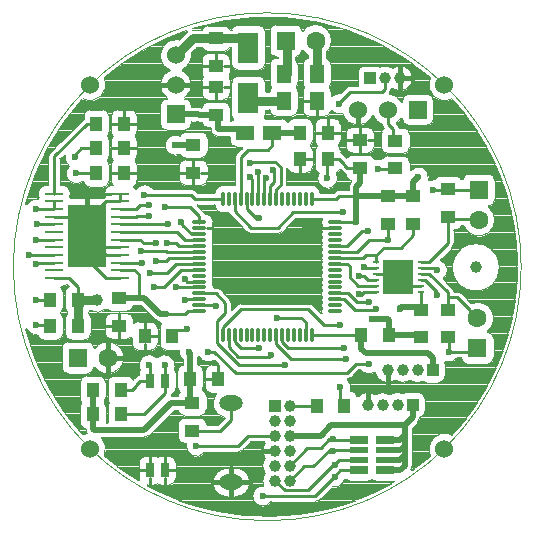
<source format=gbr>
*
*
G04 PADS 9.3 Build Number: 433611 generated Gerber (RS-274-X) file*
G04 PC Version=2.1*
*
%IN "LDC_HW_REV002_Simple2.p"*%
*
%MOIN*%
*
%FSLAX35Y35*%
*
*
*
*
G04 PC Standard Apertures*
*
*
G04 Thermal Relief Aperture macro.*
%AMTER*
1,1,$1,0,0*
1,0,$1-$2,0,0*
21,0,$3,$4,0,0,45*
21,0,$3,$4,0,0,135*
%
*
*
G04 Annular Aperture macro.*
%AMANN*
1,1,$1,0,0*
1,0,$2,0,0*
%
*
*
G04 Odd Aperture macro.*
%AMODD*
1,1,$1,0,0*
1,0,$1-0.005,0,0*
%
*
*
G04 PC Custom Aperture Macros*
*
*
*
*
*
*
G04 PC Aperture Table*
*
%ADD010C,0.001*%
%ADD012R,0.06297X0.06297*%
%ADD013C,0.06297*%
%ADD014R,0.05X0.06*%
%ADD015R,0.0689X0.10433*%
%ADD016O,0.01181X0.04724*%
%ADD017O,0.012X0.048*%
%ADD018O,0.048X0.012*%
%ADD019R,0.05118X0.04134*%
%ADD020R,0.03937X0.03937*%
%ADD021C,0.03937*%
%ADD022R,0.06102X0.00984*%
%ADD023R,0.12598X0.20709*%
%ADD024R,0.06X0.05*%
%ADD025R,0.04134X0.05118*%
%ADD026R,0.02362X0.00984*%
%ADD027R,0.10236X0.11811*%
%ADD028R,0.02992X0.05*%
%ADD029R,0.059X0.026*%
%ADD030R,0.059X0.02*%
%ADD031O,0.07874X0.05118*%
%ADD032C,0.06*%
%ADD033R,0.06X0.06*%
%ADD034C,0.01*%
%ADD035C,0.01969*%
%ADD036C,0.0315*%
%ADD037C,0.02362*%
%ADD038C,0.00394*%
%ADD039C,0.01575*%
*
*
*
*
G04 PC Circuitry*
G04 Layer Name LDC_HW_REV002_Simple2.p - circuitry*
%LPD*%
*
*
G04 PC Custom Flashes*
G04 Layer Name LDC_HW_REV002_Simple2.p - flashes*
%LPD*%
*
*
G04 PC Circuitry*
G04 Layer Name LDC_HW_REV002_Simple2.p - circuitry*
%LPD*%
*
G54D10*
G54D12*
G01X399803Y469094D03*
X463780Y366535D03*
X464173Y419291D03*
X330512Y363386D03*
G54D13*
X409803Y469094D03*
X463780Y376535D03*
X464173Y409291D03*
X340512Y363386D03*
G54D14*
X399213Y458043D03*
Y449043D03*
X410236Y458043D03*
Y449043D03*
G54D15*
X387402Y449803D03*
Y466732D03*
G54D16*
X408465Y416339D03*
Y371063D03*
G54D17*
X406496Y416339D03*
X404528D03*
X402559D03*
X400591D03*
X398622D03*
X396654D03*
X394685D03*
X392717D03*
X390748D03*
X388780D03*
X386811D03*
X384843D03*
X382874D03*
X380906D03*
X378937D03*
Y371063D03*
X380906D03*
X382874D03*
X384843D03*
X386811D03*
X388780D03*
X390748D03*
X392717D03*
X394685D03*
X396654D03*
X398622D03*
X400591D03*
X402559D03*
X404528D03*
X406496D03*
G54D18*
X371063Y408465D03*
Y406496D03*
Y404528D03*
Y402559D03*
Y400591D03*
Y398622D03*
Y396654D03*
Y394685D03*
Y392717D03*
Y390748D03*
Y388780D03*
Y386811D03*
Y384843D03*
Y382874D03*
Y380906D03*
Y378937D03*
X416339D03*
Y380906D03*
Y382874D03*
Y384843D03*
Y386811D03*
Y388780D03*
Y390748D03*
Y392717D03*
Y394685D03*
Y396654D03*
Y398622D03*
Y400591D03*
Y402559D03*
Y404528D03*
Y406496D03*
Y408465D03*
G54D19*
X376575Y460531D03*
Y469783D03*
Y453642D03*
Y444390D03*
X444882Y370177D03*
Y379429D03*
X453937D03*
Y370177D03*
Y410335D03*
Y419587D03*
X442323Y407972D03*
Y417224D03*
X433858Y407972D03*
Y417224D03*
X424606Y435925D03*
Y426673D03*
X369094Y425098D03*
Y434350D03*
X368701Y339075D03*
Y348327D03*
X436417Y426476D03*
Y435728D03*
X344291Y383169D03*
Y373917D03*
G54D20*
X442126Y347638D03*
X396260Y347441D03*
X427953Y456496D03*
X448819Y359252D03*
G54D21*
X437126Y347638D03*
X432126D03*
X427126D03*
X396260Y342441D03*
Y337441D03*
Y332441D03*
Y327441D03*
Y322441D03*
X401260D03*
Y327441D03*
Y332441D03*
Y337441D03*
Y342441D03*
Y347441D03*
X463189Y393504D03*
X432953Y456496D03*
X437953D03*
X443819Y359252D03*
X438819D03*
X433819D03*
X337008Y382677D03*
G54D22*
X344685Y389961D03*
Y392520D03*
Y395079D03*
Y397638D03*
Y400197D03*
Y402756D03*
Y405315D03*
Y407874D03*
Y410433D03*
Y412992D03*
Y415551D03*
Y418110D03*
X322638D03*
Y415551D03*
Y412992D03*
Y410433D03*
Y407874D03*
Y405315D03*
Y402756D03*
Y400197D03*
Y397638D03*
Y395079D03*
Y392520D03*
Y389961D03*
G54D23*
X333661Y404035D03*
G54D24*
X386445Y438386D03*
X395445D03*
G54D25*
X413878D03*
X404626D03*
X377264Y356299D03*
X368012D03*
X404626Y429724D03*
X413878D03*
X344783Y352559D03*
X335531D03*
X344783Y344488D03*
X335531D03*
X434350Y371063D03*
X425098D03*
X410138Y347441D03*
X419390D03*
X362106Y370669D03*
X352854D03*
X345965Y441339D03*
X336713D03*
X345965Y425000D03*
X336713D03*
X345965Y433268D03*
X336713D03*
X330610Y374016D03*
X321358D03*
X330610Y382677D03*
X321358D03*
G54D26*
X429921Y395276D03*
Y393307D03*
Y391339D03*
Y389370D03*
Y387402D03*
Y385433D03*
X444882D03*
Y387402D03*
Y389370D03*
Y391339D03*
Y393307D03*
Y395276D03*
G54D27*
X437402Y390354D03*
G54D28*
X354528Y355709D03*
Y325787D03*
X359528Y355709D03*
Y325787D03*
G54D29*
X424243Y336026D03*
Y325786D03*
X432843D03*
Y336026D03*
G54D30*
X424243Y332476D03*
Y329336D03*
X432843D03*
Y332476D03*
G54D31*
X381693Y348228D03*
Y321850D03*
G54D32*
X334646Y454331D03*
Y333071D03*
X452756Y454331D03*
Y333071D03*
X363189Y454331D03*
Y464173D03*
X433898Y446063D03*
X423898D03*
G54D33*
X363189Y444488D03*
X443898Y446063D03*
G54D34*
X392126Y317323D02*
X409594D01*
X416017Y323746*
X407361Y319172D02*
X415748Y327559D01*
X416142*
X407361Y319172D02*
X399528D01*
X396260Y322441*
X401260Y327441D02*
X407087Y333268D01*
X411457*
X414409Y336220*
X415748*
X401260Y322441D02*
X405984Y327165D01*
X409055*
X414173Y332283*
X415748*
X415945Y327756D02*
X417524Y329336D01*
X424243*
X416142Y323622D02*
Y323871D01*
X418057Y325786*
X424243*
X416142Y323622D02*
X416017Y323746D01*
X416142Y327559D02*
X415945Y327756D01*
X370472Y338583D02*
X369980Y339075D01*
X368701*
X370472Y338583D02*
X369980Y339075D01*
X369291*
X378051*
X381496Y342520*
Y348228*
X381693*
X370079Y333858D02*
X383819D01*
X387402Y337441*
X396260*
X414365Y332476D02*
X424243D01*
Y336026D02*
X415159D01*
X415748Y336220*
Y332283D02*
X414365Y332476D01*
X344783Y344488D02*
X352507D01*
X359528Y351509*
Y355709*
X368701Y348327D02*
X368898D01*
X401260Y347441D02*
X410138D01*
X419390D02*
X417823D01*
Y353543*
X418110*
X344783Y352559D02*
X348550D01*
X350000Y354009*
Y354377*
X351331Y355709*
X354528*
X359528D02*
Y361024D01*
X359449*
X354528Y355709D02*
Y361024D01*
X354331*
X420196Y358268D02*
X423345Y361417D01*
X427559*
X420196Y358268D02*
X383135D01*
X376048Y365354*
X374016*
X377037Y368286D02*
Y375649D01*
X379646Y378259*
X394882Y364173D02*
X394488Y363780D01*
X384089*
X380906Y366963*
Y371063*
X390945Y366535D02*
X384883D01*
X382874Y368544*
Y371063*
X399606Y361024D02*
X384299D01*
X377037Y368286*
X419291Y366535D02*
X400631D01*
X398622Y368544*
Y371063*
X420079Y362992D02*
X401629D01*
X396654Y367967*
Y371063*
X454331Y365354D02*
Y370177D01*
X453937*
X454331Y365354D02*
X463780D01*
Y366535*
Y367875*
X321358Y374016D02*
Y374409D01*
X316535*
X359843Y377953D02*
X366339D01*
X367323Y378937*
X371063*
X362106Y370669D02*
Y372728D01*
X366929*
Y372835*
X379646Y378259D02*
Y381736D01*
X376540Y384843*
X371063*
X378937Y371063D02*
Y373581D01*
X384883Y379528*
X407394*
X408465Y371063D02*
X425098D01*
X406496D02*
Y375163D01*
X404887Y376772*
X396850*
X418110Y374409D02*
X412512D01*
X407394Y379528*
X429921D02*
X429528Y379134D01*
X422947*
X419207Y382874*
X416339*
X463780Y376535D02*
X460787Y379528D01*
Y379609*
X456932Y383465*
X316535Y382677D02*
X321358D01*
X330610D02*
Y386936D01*
X327586Y389961*
X322638*
X350787Y383169D02*
Y391169D01*
X349436Y392520*
X344685*
X355906Y387008D02*
X359135D01*
X364844Y392717*
X371063*
X366142Y382677D02*
X366339Y382874D01*
X371063*
X376772Y380709D02*
X376575Y380906D01*
X371063*
Y386811D02*
X365945D01*
X365748Y387008*
X363386*
X371063Y388780D02*
X366963D01*
X366142Y389601*
Y389764*
X424803Y384252D02*
X425984Y385433D01*
X429921*
X424803Y384252D02*
X424409Y384646D01*
X427559Y381890D02*
X423622D01*
X420669Y384843*
X416339*
X429921Y387402D02*
X424050D01*
X421260Y390192*
Y393864*
X420439Y394685*
X416339*
X450394Y384252D02*
Y385401D01*
X446425Y389370*
X444882*
Y379429D02*
Y385433D01*
Y387402D02*
X440354D01*
X437402Y390354*
X453937Y383196D02*
Y385165D01*
X447763Y391339*
X444882*
X453937Y383196D02*
X454206Y383465D01*
X456932*
X453937Y379429D02*
Y383196D01*
X314173Y397638D02*
X322638D01*
X316535Y394488D02*
X317126Y395079D01*
X322638*
X344685Y397638D02*
X340059D01*
X333661Y404035*
X344685Y397638D02*
X340059D01*
X333661Y404035*
X344685Y389961D02*
X339934D01*
X333661Y396233*
Y404035*
X356693Y395669D02*
X359843D01*
X360827Y396654*
X371063*
X354724Y391732D02*
X360375D01*
X363327Y394685*
X371063*
X351969Y394882D02*
X351772Y395079D01*
X344685*
X371063Y396654D02*
Y396686D01*
Y398622D02*
X360126D01*
X359929Y398819*
X351575*
X416339Y398622D02*
X423542D01*
X427676Y402756*
X433858*
X416339Y396654D02*
X425591D01*
X426575Y397638*
X429751*
X429921Y397468D02*
X432454Y400000D01*
X438117*
X442323Y404206*
Y407972*
X429921Y397468D02*
X429751Y397638D01*
X429921Y389370D02*
X427165D01*
X425984Y390551*
X424409*
X429921Y393307D02*
X425984D01*
Y393701*
X429921Y395276D02*
Y397468D01*
X437402Y390354D02*
X436417Y391339D01*
X429921*
X450394Y392520D02*
X449606Y393307D01*
X444882*
Y395276D02*
X447763D01*
X453937Y401450*
Y410335*
X316929Y407874D02*
X322638D01*
X316535Y402756D02*
X322638D01*
X333661Y404035D02*
X337402Y407776D01*
Y413019*
X339934Y415551*
X344685*
X333661Y404161D02*
X327389Y410433D01*
X322638*
X344685Y407874D02*
X360630D01*
X344685Y400197D02*
X337500D01*
X333661Y404035*
X356693Y401575D02*
X352491D01*
X351310Y402756*
X344685*
X364961Y408661D02*
X365157Y408858D01*
X371063Y408432D02*
Y408465D01*
Y400591D02*
X364370D01*
X363386Y401575*
X360236*
X371063Y402559D02*
X366437D01*
X363681Y405315*
X344685*
X371063Y404528D02*
X368544D01*
X365354Y407718*
Y408661*
X365157Y408858*
X371063Y408465D02*
Y410765D01*
X368048Y413780*
X359449*
X397244Y406693D02*
X402362Y411811D01*
X418898*
X397244Y406693D02*
X388420D01*
X382874Y412239*
Y416339*
X398819Y402362D02*
X401575D01*
X405709Y406496*
X416339*
Y408465D02*
X420539D01*
X420735Y408661*
X423228*
X416339Y400591D02*
X420439D01*
X425360Y405512*
X427165*
X433858Y402756D02*
Y407972D01*
X316535Y412992D02*
X322638D01*
Y415551*
Y418110D02*
Y430477D01*
X333499Y441339*
X336713*
X344685Y415551D02*
Y418110D01*
Y412992D02*
X350000D01*
X351181Y414173*
X354331*
X344685Y410433D02*
X350000D01*
X350197Y410630*
X354331*
X378937Y416339D02*
X369519D01*
X368141Y417717*
X352756*
X384843Y416339D02*
Y430118D01*
X387402Y432677*
X393936*
X395445Y434186*
Y438386*
X388780Y416339D02*
Y422638D01*
X387795Y423622*
X390748Y416339D02*
X390715D01*
Y425197*
X390551*
X390945Y409843D02*
X389961D01*
X386811Y412992*
Y416339*
X392717D02*
Y422638D01*
X393307Y423228*
X394685Y416339D02*
Y420778D01*
X395788Y421881*
Y425865*
X396654Y416339D02*
Y419529D01*
X398150Y421026*
X408465Y416339D02*
X416500D01*
X417484Y417323*
X423228*
X464173Y409291D02*
Y409544D01*
X453937*
Y410335*
X329921Y424803D02*
X336713D01*
Y425000*
X387795Y428346D02*
X388189Y428740D01*
X396422*
X398150Y421026D02*
Y427012D01*
X396422Y428740*
X395788Y425865D02*
X395669Y425984D01*
X413780Y423228D02*
Y429724D01*
X413878*
X430709Y426378D02*
X436417D01*
Y426476*
X424606Y426673D02*
X420347D01*
X419291Y427729*
Y428078*
X417645Y429724*
X413878*
X448425Y419295D02*
X453937D01*
Y419587*
X448819Y419291D02*
X448425D01*
Y419295*
X464173Y419291D02*
X453937D01*
Y419587*
X329528Y430315D02*
Y431102D01*
X331693Y433268*
X336713*
X436417Y435728D02*
X435765D01*
Y439495*
X433898Y441363*
Y446063*
X417717Y448031D02*
Y448425D01*
X421260Y451969*
X432094*
X432953Y452828*
Y456496*
X341701Y433268D02*
X343898D01*
X350228D02*
X348031D01*
X341701Y425000D02*
X343898D01*
X350228D02*
X348031D01*
X341701Y441339D02*
X343898D01*
X350228D02*
X348031D01*
X345965Y446094D02*
Y443898D01*
X344291Y369654D02*
Y371850D01*
Y378181D02*
Y375984D01*
X339535Y373917D02*
X341732D01*
X352854Y365913D02*
Y368110D01*
X357118Y370669D02*
X354921D01*
X352854Y375425D02*
Y373228D01*
X369094Y429362D02*
Y427165D01*
X364339Y425098D02*
X366535D01*
X369094Y420835D02*
Y423031D01*
X373850Y425098D02*
X371654D01*
X424606Y431661D02*
Y433858D01*
X429362Y435925D02*
X427165D01*
X424606Y440189D02*
Y437992D01*
X419850Y435925D02*
X422047D01*
X363220Y325787D02*
X361024D01*
X359528Y330484D02*
Y328287D01*
Y321091D02*
Y323287D01*
X354528Y330484D02*
Y328287D01*
X350835Y325787D02*
X353031D01*
X354528Y321091D02*
Y323287D01*
X408890Y429724D02*
X406693D01*
X404626Y424969D02*
Y427165D01*
X373000Y356299D02*
X375197D01*
X377264Y361055D02*
Y358858D01*
X409614Y438386D02*
X411811D01*
X418142D02*
X415945D01*
X413878Y443142D02*
Y440945D01*
X376575Y449378D02*
Y451575D01*
X381331Y453642D02*
X379134D01*
X371819D02*
X374016D01*
X339437Y418110D02*
X341634D01*
X376575Y464795D02*
Y462598D01*
X371819Y460531D02*
X374016D01*
X381331D02*
X379134D01*
X411742Y406496D02*
X413939D01*
X375660D02*
X373463D01*
X405539Y449043D02*
X407736D01*
X410236Y443846D02*
Y446043D01*
G54D35*
X432843Y325786D02*
X437978D01*
X439586Y327394*
Y330944*
X401260Y337441D02*
X411457D01*
X414961Y340945*
X439586*
Y337634*
Y334084*
Y330944*
X432843Y336026D02*
X437978D01*
X439586Y337634*
X432843Y332476D02*
X437978D01*
X439586Y334084*
X432843Y329336D02*
X437978D01*
X439586Y330944*
X335531Y344488D02*
Y352559D01*
X352756Y339370D02*
X361713Y348327D01*
X368701*
X352756Y339370D02*
X335906D01*
X335531Y339745*
Y344488*
X368701Y348327D02*
X368012D01*
Y356299*
X439586Y340945D02*
X442126Y343485D01*
Y347638*
X368012Y356299D02*
Y365059D01*
X367717Y365354*
X448819Y359252D02*
Y363405D01*
X447263Y364961*
X426457*
X425098Y366320*
Y371063*
X359843Y377953D02*
X357874D01*
X352657Y383169*
X350787*
X434350Y371063D02*
Y375806D01*
X433779Y376378*
X428740*
X444882Y370177D02*
X443996Y371063D01*
X434350*
X344291Y383169D02*
X350787D01*
X437795Y379528D02*
X438189Y380315D01*
X443996*
X444882Y379429D02*
X443996Y380315D01*
X423228Y408661D02*
Y417323D01*
Y420276*
X424606Y421654*
Y426673*
X433858Y417224D02*
X426083D01*
X425984Y417323*
X423228*
X433858Y417224D02*
X442323D01*
Y421850*
X444094Y423622*
X362992Y434252D02*
Y434350D01*
X369094*
X386445Y438386D02*
Y439586D01*
X377165*
Y444390*
X376575*
X395445Y438386D02*
X404626D01*
X376575Y444390D02*
X370866D01*
X370768Y444488*
X363189*
G54D36*
X330610Y374016D02*
Y382677D01*
X337008*
X399213Y449043D02*
X387402D01*
Y449803*
X400138Y458043D02*
Y469094D01*
X399803*
X399213Y458043D02*
X400138D01*
X410236D02*
Y469094D01*
X409803*
X363189Y464173D02*
X368799Y469783D01*
X376575*
X387402Y466732D02*
Y469783D01*
X376575*
G54D37*
X392126Y317323D03*
X416142Y323622D03*
Y327559D03*
X370079Y333858D03*
X415748Y332283D03*
Y336220D03*
X418110Y353543D03*
X354331Y361024D03*
X359449D03*
X367717Y365354D03*
X374016D03*
X390945Y366535D03*
X399606Y361024D03*
X394882Y364173D03*
X419291Y366535D03*
X420079Y362992D03*
X427559Y361417D03*
X454331Y365354D03*
X316535Y374409D03*
X359843Y377953D03*
X366929Y372835D03*
X396850Y376772D03*
X418110Y374409D03*
X428740Y376378D03*
X316535Y382677D03*
X355906Y387008D03*
X366142Y382677D03*
X363386Y387008D03*
X376772Y380709D03*
X424409Y384646D03*
X429921Y379528D03*
X427559Y381890D03*
X437795Y379528D03*
X450394Y384252D03*
X314173Y397638D03*
X316535Y394488D03*
X351575Y398819D03*
X356693Y395669D03*
X354724Y391732D03*
X351969Y394882D03*
X366142Y389764D03*
X425984Y393701D03*
X424409Y390551D03*
X450394Y392520D03*
X316929Y407874D03*
X316535Y402756D03*
X360236Y401575D03*
X360630Y407874D03*
X356693Y401575D03*
X364961Y408661D03*
X398819Y402362D03*
X427165Y405512D03*
X423228Y408661D03*
X433858Y402756D03*
X316535Y412992D03*
X354331Y414173D03*
Y410630D03*
X359449Y413780D03*
X352756Y417717D03*
X390945Y409843D03*
X418898Y411811D03*
X329921Y424803D03*
X387795Y428346D03*
Y423622D03*
X390551Y425197D03*
X393307Y423228D03*
X395669Y425984D03*
X413780Y423228D03*
X430709Y426378D03*
X448819Y419291D03*
X444094Y423622D03*
X329528Y430315D03*
X362992Y434252D03*
X417717Y448031D03*
G54D38*
X471076Y393504D02*
G75*
G03X471076I-7887J0D01*
G01X455342Y337748D02*
G03Y449653I-61641J55953D01*
X455108Y449696I-145J-132*
G01X448061Y456560D02*
G03X455108Y449696I4695J-2229D01*
G01X448061Y456560D02*
G03X448012Y456793I-178J84D01*
X368805Y473140I-54311J-63092*
X368864Y472755I59J-188*
G01X371891*
G03X372065Y472861I-0J197*
G01X374016Y474047D02*
G03X372065Y472861I-0J-2197D01*
G01X374016Y474047D02*
X379134D01*
X381084Y472861D02*
G03X379134Y474047I-1950J-1011D01*
G01X381084Y472861D02*
G03X381259Y472755I175J91D01*
G01X381783*
G03X381962Y472869I0J197*
G01X383957Y474146D02*
G03X381962Y472869I-0J-2197D01*
G01X383957Y474146D02*
X390846D01*
X393043Y471949D02*
G03X390846Y474146I-2197J-0D01*
G01X393043Y471949D02*
Y461516D01*
X390846Y459319D02*
G03X393043Y461516I0J2197D01*
G01X390846Y459319D02*
X383957D01*
X381760Y461516D02*
G03X383957Y459319I2197J-0D01*
G01X381760Y461516D02*
Y466615D01*
G03X381563Y466812I-197J-0*
G01X381259*
G03X381084Y466706I0J-197*
G01X379134Y465520D02*
G03X381084Y466706I-0J2197D01*
G01X379134Y465520D02*
X374016D01*
X372065Y466706D02*
G03X374016Y465520I1951J1011D01*
G01X372065Y466706D02*
G03X371891Y466812I-174J-91D01*
G01X370112*
G03X369972Y466754I-0J-197*
G01X368377Y465158*
G03X368322Y464988I139J-139*
G01X365316Y459432D02*
G03X368322Y464988I-2127J4741D01*
G01X365316Y459432D02*
G03Y459072I81J-180D01*
G01X366127Y450044D02*
G03X365316Y459072I-2938J4287D01*
G01X366127Y450044D02*
G03X366234Y449685I111J-163D01*
G01X368386Y447488D02*
G03X366234Y449685I-2197J0D01*
G01X368386Y447488D02*
Y447066D01*
G03X368583Y446869I197J0*
G01X370768*
X371419Y446778D02*
G03X370768Y446869I-651J-2290D01*
G01X371419Y446778D02*
G03X371473Y446771I54J190D01*
G01X371677*
G03X371870Y446926I0J197*
G01X374016Y448654D02*
G03X371870Y446926I-0J-2197D01*
G01X374016Y448654D02*
X379134D01*
X381331Y446457D02*
G03X379134Y448654I-2197J-0D01*
G01X381331Y446457D02*
Y442323D01*
Y442319*
X381331*
G03X381685Y442201I197J-0*
G01X382319Y442772D02*
G03X381685Y442201I1126J-1886D01*
G01X382319Y442772D02*
G03X382361Y443077I-101J169D01*
G01X381760Y444587D02*
G03X382361Y443077I2197J-0D01*
G01X381760Y444587D02*
Y455020D01*
X383957Y457217D02*
G03X381760Y455020I-0J-2197D01*
G01X383957Y457217D02*
X390846D01*
X393043Y455020D02*
G03X390846Y457217I-2197J-0D01*
G01X393043Y455020D02*
Y452212D01*
G03X393240Y452015I197J-0*
G01X394325*
G03X394521Y452198I-0J197*
G01X395001Y453420D02*
G03X394521Y452198I1712J-1377D01*
G01X395001Y453420D02*
G03Y453667I-154J123D01*
G01X394516Y455043D02*
G03X395001Y453667I2197J0D01*
G01X394516Y455043D02*
Y461043D01*
X396713Y463240D02*
G03X394516Y461043I-0J-2197D01*
G01X396713Y463240D02*
X396969D01*
G03X397166Y463437I0J197*
G01Y463552*
G03X396969Y463749I-197J0*
G01X396655*
X394458Y465946D02*
G03X396655Y463749I2197J0D01*
G01X394458Y465946D02*
Y472243D01*
X396655Y474440D02*
G03X394458Y472243I-0J-2197D01*
G01X396655Y474440D02*
X402951D01*
X405145Y472370D02*
G03X402951Y474440I-2194J-127D01*
G01X405145Y472370D02*
G03X405500Y472265I196J12D01*
G01X413277Y465032D02*
G03X405500Y472265I-3474J4062D01*
G01X413277Y465032D02*
G03X413208Y464882I128J-150D01*
G01Y463342*
G03X413350Y463153I197J-0*
G01X414933Y461043D02*
G03X413350Y463153I-2197J0D01*
G01X414933Y461043D02*
Y455043D01*
X414448Y453667D02*
G03X414933Y455043I-1712J1376D01*
G01X414448Y453667D02*
G03Y453420I154J-124D01*
G01X414933Y452043D02*
G03X414448Y453420I-2197J0D01*
G01X414933Y452043D02*
Y450499D01*
G03X415272Y450363I197J0*
G01X417919Y451403D02*
G03X415272Y450363I-202J-3372D01*
G01X417919Y451403D02*
G03X418069Y451461I11J197D01*
G01X419919Y453310*
X421260Y453865D02*
G03X419919Y453310I-0J-1896D01*
G01X421260Y453865D02*
X423636D01*
G03X423829Y454100I0J197*
G01X423787Y454528D02*
G03X423829Y454100I2197J-0D01*
G01X423787Y454528D02*
Y458465D01*
X425984Y460661D02*
G03X423787Y458465I0J-2196D01*
G01X425984Y460661D02*
X429921D01*
X431093Y460323D02*
G03X429921Y460661I-1172J-1858D01*
G01X431093Y460323D02*
G03X431277Y460309I105J167D01*
G01X435340Y459910D02*
G03X431277Y460309I-2387J-3414D01*
G01X435340Y459910D02*
G03X435566I113J161D01*
G01Y453083D02*
G03Y459910I2387J3413D01*
G01Y453083D02*
G03X435340I-113J-162D01*
G01X434946Y452839D02*
G03X435340Y453083I-1993J3657D01*
G01X434946Y452839D02*
G03X434844Y452681I94J-173D01*
G01X434359Y451555D02*
G03X434844Y452681I-1406J1273D01*
G01X434359Y451555D02*
G03X434483Y451227I146J-133D01*
G01X438336Y448767D02*
G03X434483Y451227I-4438J-2704D01*
G01X438336Y448767D02*
G03X438701Y448869I168J102D01*
G01Y449063*
X440898Y451260D02*
G03X438701Y449063I-0J-2197D01*
G01X440898Y451260D02*
X446898D01*
X449095Y449063D02*
G03X446898Y451260I-2197J-0D01*
G01X449095Y449063D02*
Y443063D01*
X446898Y440866D02*
G03X449095Y443063I-0J2197D01*
G01X446898Y440866D02*
X440898D01*
X438701Y443063D02*
G03X440898Y440866I2197J-0D01*
G01X438701Y443063D02*
Y443257D01*
G03X438336Y443359I-197J-0*
G01X436638Y441647D02*
G03X438336Y443359I-2740J4416D01*
G01X436638Y441647D02*
G03X436602Y441341I104J-167D01*
G01X437107Y440837*
X437555Y440124D02*
G03X437107Y440837I-1790J-629D01*
G01X437555Y440124D02*
G03X437741Y439992I186J65D01*
G01X438976*
X441173Y437795D02*
G03X438976Y439992I-2197J0D01*
G01X441173Y437795D02*
Y433661D01*
X438976Y431465D02*
G03X441173Y433661I0J2196D01*
G01X438976Y431465D02*
X433858D01*
X431661Y433661D02*
G03X433858Y431465I2197J0D01*
G01X431661Y433661D02*
Y437795D01*
X432630Y439617D02*
G03X431661Y437795I1228J-1822D01*
G01X432630Y439617D02*
G03X432659Y439919I-110J163D01*
G01X432556Y440022*
X432018Y441111D02*
G03X432556Y440022I1880J252D01*
G01X432018Y441111D02*
G03X431898Y441266I-195J-27D01*
G01X429080Y444114D02*
G03X431898Y441266I4818J1949D01*
G01X429080Y444114D02*
G03X428715I-182J-74D01*
G01X418897Y444650D02*
G03X428715Y444114I5001J1413D01*
G01X418896Y444650D02*
G03X418653Y444786I-189J-53D01*
G01X415234Y445740D02*
G03X418653Y444786I2483J2291D01*
G01X415234Y445740D02*
G03X414896Y445643I-144J-133D01*
G01X412736Y443846D02*
G03X414896Y445643I0J2197D01*
G01X412736Y443846D02*
X407736D01*
X405539Y446043D02*
G03X407736Y443846I2197J0D01*
G01X405539Y446043D02*
Y452043D01*
X406024Y453420D02*
G03X405539Y452043I1712J-1377D01*
G01X406024Y453420D02*
G03Y453667I-153J123D01*
G01X405539Y455043D02*
G03X406024Y453667I2197J0D01*
G01X405539Y455043D02*
Y461043D01*
X407123Y463153D02*
G03X405539Y461043I613J-2110D01*
G01X407123Y463153D02*
G03X407265Y463342I-55J189D01*
G01Y464275*
G03X407165Y464446I-197J-0*
G01X405500Y465924D02*
G03X407165Y464446I4303J3170D01*
G01X405500Y465924D02*
G03X405145Y465819I-159J-117D01*
G01X403277Y463774D02*
G03X405145Y465819I-326J2172D01*
G01X403277Y463774D02*
G03X403109Y463579I29J-195D01*
G01Y462829*
G03X403175Y462682I197J0*
G01X403909Y461043D02*
G03X403175Y462682I-2196J0D01*
G01X403909Y461043D02*
Y455043D01*
X403425Y453667D02*
G03X403909Y455043I-1712J1376D01*
G01X403425Y453667D02*
G03Y453420I153J-124D01*
G01X403909Y452043D02*
G03X403425Y453420I-2196J0D01*
G01X403909Y452043D02*
Y446043D01*
X401713Y443846D02*
G03X403909Y446043I-0J2197D01*
G01X401713Y443846D02*
X396713D01*
X394521Y445889D02*
G03X396713Y443846I2192J154D01*
G01X394521Y445889D02*
G03X394325Y446072I-196J-14D01*
G01X393240*
G03X393043Y445875I0J-197*
G01Y444587*
X392687Y443387D02*
G03X393043Y444587I-1841J1200D01*
G01X392687Y443387D02*
G03X392852Y443083I165J-107D01*
G01X398445*
X400317Y442036D02*
G03X398445Y443083I-1872J-1150D01*
G01X400317Y442036D02*
G03X400655Y442041I167J103D01*
G01X402559Y443142D02*
G03X400655Y442041I0J-2197D01*
G01X402559Y443142D02*
X406693D01*
X408890Y440945D02*
G03X406693Y443142I-2197J-0D01*
G01X408890Y440945D02*
Y435827D01*
X408170Y434201D02*
G03X408890Y435827I-1477J1626D01*
G01X408170Y434201D02*
G03Y433909I133J-146D01*
G01X408890Y432283D02*
G03X408170Y433909I-2197J0D01*
G01X408890Y432283D02*
Y427165D01*
X406693Y424968D02*
G03X408890Y427165I-0J2197D01*
G01X406693Y424968D02*
X402559D01*
X400434Y426606D02*
G03X402559Y424968I2125J559D01*
G01X400434Y426606D02*
G03X400047Y426556I-190J-50D01*
G01Y421112*
G03X400267Y420917I197J0*
G01X401510Y420780D02*
G03X400267Y420917I-919J-2641D01*
G01X401510Y420780D02*
G03X401640I65J186D01*
G01X403479D02*
G03X401640I-920J-2641D01*
G01X403479D02*
G03X403608I64J186D01*
G01X405447D02*
G03X403608I-919J-2641D01*
G01X405447D02*
G03X405577I65J186D01*
G01X407467Y420762D02*
G03X405577Y420780I-971J-2623D01*
G01X407467Y420762D02*
G03X407597Y420759I68J184D01*
G01X411236Y418411D02*
G03X407597Y420759I-2771J-301D01*
G01X411236Y418411D02*
G03X411431Y418235I195J21D01*
G01X415632*
G03X415772Y418293I0J197*
G01X416143Y418664*
X417484Y419220D02*
G03X416143Y418664I-0J-1897D01*
G01X417484Y419220D02*
X420650D01*
G03X420847Y419417I0J197*
G01Y420276*
X421545Y421959D02*
G03X420847Y420276I1683J-1683D01*
G01X421545Y421959D02*
X421707Y422122D01*
G03X421607Y422454I-139J139*
G01X419850Y424606D02*
G03X421607Y422454I2197J0D01*
G01X419850Y424606D02*
Y424698D01*
G03X419719Y424884I-196J-0*
G01X419006Y425332D02*
G03X419719Y424884I1341J1341D01*
G01X419006Y425332D02*
X418183Y426154D01*
G03X417872Y426110I-139J-139*
G01X416822Y425151D02*
G03X417872Y426110I-877J2014D01*
G01X416822Y425151D02*
G03X416729Y424875I79J-180D01*
G01X410870Y424945D02*
G03X416729Y424875I2910J-1717D01*
G01X410870Y424945D02*
G03X410792Y425219I-169J100D01*
G01X409614Y427165D02*
G03X410792Y425219I2197J0D01*
G01X409614Y427165D02*
Y432283D01*
X410334Y433909D02*
G03X409614Y432283I1477J-1626D01*
G01X410334Y433909D02*
G03Y434201I-133J146D01*
G01X409614Y435827D02*
G03X410334Y434201I2197J-0D01*
G01X409614Y435827D02*
Y440945D01*
X411811Y443142D02*
G03X409614Y440945I0J-2197D01*
G01X411811Y443142D02*
X415945D01*
X418142Y440945D02*
G03X415945Y443142I-2197J-0D01*
G01X418142Y440945D02*
Y435827D01*
X417422Y434201D02*
G03X418142Y435827I-1477J1626D01*
G01X417422Y434201D02*
G03Y433909I133J-146D01*
G01X418142Y432283D02*
G03X417422Y433909I-2197J0D01*
G01X418142Y432283D02*
Y431700D01*
G03X418273Y431514I197J-0*
G01X418986Y431066D02*
G03X418273Y431514I-1341J-1342D01*
G01X418986Y431066D02*
X420002Y430050D01*
G03X420298Y430070I140J139*
G01X422047Y430937D02*
G03X420298Y430070I0J-2197D01*
G01X422047Y430937D02*
X427165D01*
X429182Y429612D02*
G03X427165Y430937I-2017J-872D01*
G01X429182Y429612D02*
G03X429437Y429507I181J78D01*
G01X431748Y429592D02*
G03X429437Y429507I-1039J-3214D01*
G01X431748Y429592D02*
G03X431977Y429678I60J187D01*
G01X433858Y430740D02*
G03X431977Y429678I0J-2197D01*
G01X433858Y430740D02*
X438976D01*
X441173Y428543D02*
G03X438976Y430740I-2197J0D01*
G01X441173Y428543D02*
Y425937D01*
G03X441520Y425809I197J-0*
G01X447338Y422680D02*
G03X441520Y425809I-3244J942D01*
G01X447338Y422680D02*
G03X447598Y422441I189J-55D01*
G01X449269Y422639D02*
G03X447598Y422441I-450J-3348D01*
G01X449269Y422639D02*
G03X449467Y422737I27J195D01*
G01X451378Y423850D02*
G03X449467Y422737I-0J-2196D01*
G01X451378Y423850D02*
X456496D01*
X458469Y422619D02*
G03X456496Y423850I-1973J-965D01*
G01X458469Y422619D02*
G03X458842Y422684I177J87D01*
G01X461025Y424637D02*
G03X458842Y422684I-0J-2197D01*
G01X461025Y424637D02*
X467322D01*
X469518Y422440D02*
G03X467322Y424637I-2196J-0D01*
G01X469518Y422440D02*
Y416143D01*
X467449Y413950D02*
G03X469518Y416143I-127J2193D01*
G01X467449Y413950D02*
G03X467344Y413595I11J-197D01*
G01X459132Y407515D02*
G03X467344Y413595I5041J1776D01*
G01X459132Y407515D02*
G03X458946Y407647I-186J-65D01*
G01X458746*
G03X458561Y407517I-0J-197*
G01X456496Y406071D02*
G03X458561Y407517I0J2197D01*
G01X456496Y406071D02*
X456031D01*
G03X455834Y405874I-0J-197*
G01Y401450*
X455278Y400108D02*
G03X455834Y401450I-1341J1342D01*
G01X455278Y400108D02*
X451260Y396090D01*
G03X451343Y395761I139J-140*
G01X452346Y389763D02*
G03X451343Y395761I-1952J2757D01*
G01X452346Y389763D02*
G03X452321Y389463I114J-160D01*
G01X455278Y386506*
X455800Y385521D02*
G03X455278Y386506I-1863J-356D01*
G01X455800Y385521D02*
G03X455993Y385361I193J37D01*
G01X456932*
X458273Y384806D02*
G03X456932Y385361I-1341J-1341D01*
G01X458273Y384806D02*
X461550Y381529D01*
G03X461763Y381486I139J139*
G01X466950Y372232D02*
G03X461763Y381486I-3170J4303D01*
G01X466950Y372232D02*
G03X467055Y371877I117J-159D01*
G01X469125Y369684D02*
G03X467055Y371877I-2197J-0D01*
G01X469125Y369684D02*
Y363387D01*
X466928Y361190D02*
G03X469125Y363387I-0J2197D01*
G01X466928Y361190D02*
X460631D01*
X458437Y363271D02*
G03X460631Y361190I2194J116D01*
G01X458437Y363271D02*
G03X458241Y363457I-196J-10D01*
G01X457228*
G03X457069Y363376I0J-196*
G01X453115Y362203D02*
G03X457069Y363376I1216J3151D01*
G01X453115Y362203D02*
G03X452858Y361953I-71J-184D01*
G01X452984Y361220D02*
G03X452858Y361953I-2197J0D01*
G01X452984Y361220D02*
Y357283D01*
X450787Y355087D02*
G03X452984Y357283I0J2196D01*
G01X450787Y355087D02*
X446850D01*
X445679Y355425D02*
G03X446850Y355087I1171J1858D01*
G01X445679Y355425D02*
G03X445495Y355439I-105J-167D01*
G01X441432Y355839D02*
G03X445495Y355439I2387J3413D01*
G01X441432Y355839D02*
G03X441206I-113J-162D01*
G01X436432D02*
G03X441206I2387J3413D01*
G01X436432D02*
G03X436206I-113J-162D01*
G01X429727Y358474D02*
G03X436206Y355839I4092J778D01*
G01X429727Y358474D02*
G03X429425Y358601I-194J-37D01*
G01X424821Y359439D02*
G03X429425Y358601I2738J1978D01*
G01X424821Y359439D02*
G03X424662Y359520I-159J-115D01*
G01X424213*
G03X424073Y359463I-0J-196*
G01X421537Y356926*
X420476Y356392D02*
G03X421537Y356926I-280J1876D01*
G01X420476Y356392D02*
G03X420374Y356051I29J-195D01*
G01X421309Y352457D02*
G03X420374Y356051I-3199J1086D01*
G01X421309Y352457D02*
G03X421492Y352197I186J-64D01*
G01X423612Y350428D02*
G03X421492Y352197I-2155J-428D01*
G01X423612Y350428D02*
G03X423955Y350338I193J38D01*
G01X429513Y351051D02*
G03X423955Y350338I-2387J-3413D01*
G01X429513Y351051D02*
G03X429739I113J162D01*
G01X434513D02*
G03X429739I-2387J-3413D01*
G01X434513D02*
G03X434739I113J162D01*
G01X438802Y351451D02*
G03X434739Y351051I-1676J-3813D01*
G01X438802Y351451D02*
G03X438986Y351465I79J180D01*
G01X440157Y351803D02*
G03X438986Y351465I0J-2197D01*
G01X440157Y351803D02*
X444094D01*
X446291Y349606D02*
G03X444094Y351803I-2197J0D01*
G01X446291Y349606D02*
Y345669D01*
X444651Y343544D02*
G03X446291Y345669I-557J2125D01*
G01X444651Y343544D02*
G03X444504Y343364I50J-190D01*
G01X443810Y341801D02*
G03X444504Y343364I-1684J1684D01*
G01X443810Y341801D02*
X442025Y340016D01*
G03X441967Y339877I139J-139*
G01Y337634*
Y334084*
Y330944*
Y327394*
X441545Y326041D02*
G03X441967Y327394I-1959J1353D01*
G01X441545Y326041D02*
G03X441821Y325768I162J-112D01*
X448012Y330608I-48120J67933*
X448061Y330842I-129J149*
G01X455108Y337705D02*
G03X448061Y330842I-2352J-4634D01*
G01X455108Y337705D02*
G03X455342Y337748I89J176D01*
G01X365631Y361197D02*
Y362603D01*
G03X365560Y362755I-197J0*
G01X364356Y365697D02*
G03X365560Y362755I3361J-343D01*
G01X364356Y365697D02*
G03X364160Y365913I-196J20D01*
G01X360039*
X357842Y368110D02*
G03X360039Y365913I2197J0D01*
G01X357842Y368110D02*
Y373228D01*
X358361Y374645D02*
G03X357842Y373228I1678J-1417D01*
G01X358361Y374645D02*
G03X358300Y374947I-151J127D01*
G01X357440Y375578D02*
G03X358300Y374948I2403J2375D01*
G01X357440Y375578D02*
G03X357344Y375631I-140J-139D01*
G01X356190Y376269D02*
G03X357344Y375631I1684J1684D01*
G01X356190Y376269D02*
X351729Y380731D01*
G03X351590Y380788I-139J-140*
G01X350787*
X349189*
G03X348997Y380633I-0J-197*
G01X346850Y378905D02*
G03X348997Y380633I0J2197D01*
G01X346850Y378905D02*
X341732D01*
X340118Y379612D02*
G03X341732Y378905I1614J1490D01*
G01X340118Y379612D02*
G03X339840Y379623I-144J-134D01*
G01X334862Y379107D02*
G03X339840Y379623I2146J3570D01*
G01X334862Y379107D02*
G03X334589Y379036I-102J-168D01*
G01X334154Y378492D02*
G03X334589Y379036I-1477J1626D01*
G01X334154Y378492D02*
G03Y378201I133J-146D01*
G01X334874Y376575D02*
G03X334154Y378201I-2197J-0D01*
G01X334874Y376575D02*
Y371457D01*
X332677Y369260D02*
G03X334874Y371457I0J2197D01*
G01X332677Y369260D02*
X328543D01*
X326346Y371457D02*
G03X328543Y369260I2197J-0D01*
G01X326346Y371457D02*
Y376575D01*
X327066Y378201D02*
G03X326346Y376575I1477J-1626D01*
G01X327066Y378201D02*
G03Y378492I-132J145D01*
G01X326346Y380118D02*
G03X327066Y378492I2197J0D01*
G01X326346Y380118D02*
Y385236D01*
X327404Y387115D02*
G03X326346Y385236I1139J-1879D01*
G01X327404Y387115D02*
G03X327442Y387422I-102J168D01*
G01X327210Y387653*
G03X326958Y387675I-139J-139*
G01X325689Y387272D02*
G03X326958Y387675I-0J2197D01*
G01X325689Y387272D02*
X324958D01*
G03X324832Y386924I0J-197*
G01X325622Y385236D02*
G03X324832Y386924I-2197J0D01*
G01X325622Y385236D02*
Y380118D01*
X324903Y378492D02*
G03X325622Y380118I-1478J1626D01*
G01X324903Y378492D02*
G03Y378201I132J-146D01*
G01X325622Y376575D02*
G03X324903Y378201I-2197J-0D01*
G01X325622Y376575D02*
Y371457D01*
X323425Y369260D02*
G03X325622Y371457I0J2197D01*
G01X323425Y369260D02*
X319291D01*
X317163Y370910D02*
G03X319291Y369260I2128J547D01*
G01X317163Y370910D02*
G03X316949Y371057I-190J-49D01*
G01X313475Y372979D02*
G03X316949Y371057I3060J1430D01*
G01X313475Y372979D02*
G03X313106Y372846I-178J-83D01*
X332059Y337748I80595J20855*
X332294Y337705I146J133*
G01X333432Y338124D02*
G03X332294Y337705I1214J-5053D01*
G01X333432Y338124D02*
G03X333550Y338425I-46J191D01*
G01X333155Y339601D02*
G03X333550Y338425I2376J144D01*
G01X333155Y339601D02*
G03X333000Y339782I-197J-11D01*
G01X331268Y341929D02*
G03X333000Y339782I2197J0D01*
G01X331268Y341929D02*
Y347047D01*
X331735Y348402D02*
G03X331268Y347047I1730J-1355D01*
G01X331735Y348402D02*
G03Y348645I-155J122D01*
G01X331268Y350000D02*
G03X331735Y348645I2197J0D01*
G01X331268Y350000D02*
Y355118D01*
X333465Y357315D02*
G03X331268Y355118I-0J-2197D01*
G01X333465Y357315D02*
X337598D01*
X339795Y355118D02*
G03X337598Y357315I-2197J0D01*
G01X339795Y355118D02*
Y350000D01*
X339328Y348645D02*
G03X339795Y350000I-1730J1355D01*
G01X339328Y348645D02*
G03Y348402I155J-121D01*
G01X339795Y347047D02*
G03X339328Y348402I-2197J0D01*
G01X339795Y347047D02*
Y341948D01*
G03X339992Y341751I197J0*
G01X340323*
G03X340520Y341948I-0J197*
G01Y347047*
X340987Y348402D02*
G03X340520Y347047I1730J-1355D01*
G01X340987Y348402D02*
G03Y348645I-155J122D01*
G01X340520Y350000D02*
G03X340987Y348645I2197J0D01*
G01X340520Y350000D02*
Y355118D01*
X342717Y357315D02*
G03X340520Y355118I-0J-2197D01*
G01X342717Y357315D02*
X346850D01*
X348771Y356185D02*
G03X346850Y357315I-1921J-1067D01*
G01X348771Y356185D02*
G03X349082Y356142I172J96D01*
G01X349990Y357050*
X350703Y357498D02*
G03X349990Y357050I628J-1789D01*
G01X350703Y357498D02*
G03X350835Y357684I-65J186D01*
G01Y358209*
X351226Y359460D02*
G03X350835Y358209I1805J-1251D01*
G01X351226Y359460D02*
G03X351244Y359652I-162J112D01*
G01X356749Y363382D02*
G03X351244Y359652I-2418J-2358D01*
G01X356749Y363382D02*
G03X357031I141J138D01*
G01X362624Y359870D02*
G03X357031Y363382I-3175J1154D01*
G01X362624Y359870D02*
G03X362662Y359672I185J-67D01*
G01X363220Y358209D02*
G03X362662Y359672I-2196J-0D01*
G01X363220Y358209D02*
Y353209D01*
X361619Y351094D02*
G03X363220Y353209I-595J2115D01*
G01X361619Y351094D02*
G03X361675Y350708I53J-190D01*
G01X361713D02*
G03X361675I-0J-2381D01*
G01X361713D02*
X363803D01*
G03X363996Y350863I0J197*
G01X364486Y351837D02*
G03X363996Y350863I1656J-1443D01*
G01X364486Y351837D02*
G03X364470Y352112I-149J130D01*
G01X363748Y353740D02*
G03X364470Y352112I2197J0D01*
G01X363748Y353740D02*
Y358858D01*
X365476Y361004D02*
G03X363748Y358858I469J-2146D01*
G01X365476Y361004D02*
G03X365631Y361197I-42J193D01*
G01X385395Y433353D02*
G03X385256Y433689I-139J139D01*
G01X383445*
X381248Y435886D02*
G03X383445Y433689I2197J-0D01*
G01X381248Y435886D02*
Y437008D01*
G03X381051Y437205I-197J-0*
G01X377165*
X374784Y439586D02*
G03X377165Y437205I2381J-0D01*
G01X374784Y439586D02*
Y439929D01*
G03X374587Y440126I-197J0*
G01X374016*
X371870Y441854D02*
G03X374016Y440126I2146J469D01*
G01X371870Y441854D02*
G03X371677Y442009I-193J-42D01*
G01X370866*
X370214Y442100D02*
G03X370866Y442009I652J2290D01*
G01X370214Y442100D02*
G03X370161Y442107I-53J-190D01*
G01X368583*
G03X368386Y441910I-0J-197*
G01Y441488*
X366189Y439291D02*
G03X368386Y441488I-0J2197D01*
G01X366189Y439291D02*
X360189D01*
X357992Y441488D02*
G03X360189Y439291I2197J0D01*
G01X357992Y441488D02*
Y447488D01*
X360144Y449685D02*
G03X357992Y447488I45J-2197D01*
G01X360144Y449685D02*
G03X360251Y450044I-4J196D01*
G01X361062Y459072D02*
G03X360251Y450044I2127J-4741D01*
G01X361062Y459072D02*
G03Y459432I-81J180D01*
G01X364004Y469306D02*
G03X361062Y459432I-815J-5133D01*
G01X364004Y469306D02*
G03X364174Y469361I31J194D01*
G01X366698Y471885*
X366995Y472145D02*
G03X366698Y471885I1804J-2362D01*
G01X366995Y472145D02*
G03X366812Y472488I-119J156D01*
X339390Y456793I26889J-78787*
X339340Y456560I128J-149*
G01X332294Y449696D02*
G03X339340Y456560I2352J4635D01*
G01X332294Y449696D02*
G03X332059Y449653I-89J-175D01*
X313106Y414555I61642J-55952*
X313475Y414423I191J-49*
G01X317198Y416305D02*
G03X313475Y414423I-663J-3313D01*
G01X317198Y416305D02*
G03X317430Y416460I38J193D01*
G01X317512Y416766D02*
G03X317430Y416460I2075J-723D01*
G01X317512Y416766D02*
G03Y416895I-186J65D01*
G01X317390Y417618D02*
G03X317512Y416895I2197J0D01*
G01X317390Y417618D02*
Y418602D01*
X319587Y420799D02*
G03X317390Y418602I-0J-2197D01*
G01X319587Y420799D02*
X320544D01*
G03X320741Y420996I0J197*
G01Y430477*
X321297Y431819D02*
G03X320741Y430477I1341J-1342D01*
G01X321297Y431819D02*
X332158Y442680D01*
X332369Y442862D02*
G03X332158Y442680I1130J-1523D01*
G01X332369Y442862D02*
G03X332449Y443020I-117J158D01*
G01Y443898*
X334646Y446095D02*
G03X332449Y443898I-0J-2197D01*
G01X334646Y446095D02*
X338780D01*
X340976Y443898D02*
G03X338780Y446095I-2196J-0D01*
G01X340976Y443898D02*
Y438780D01*
X340509Y437425D02*
G03X340976Y438780I-1729J1355D01*
G01X340509Y437425D02*
G03Y437182I155J-122D01*
G01X340976Y435827D02*
G03X340509Y437182I-2196J-0D01*
G01X340976Y435827D02*
Y430709D01*
X340434Y429263D02*
G03X340976Y430709I-1654J1446D01*
G01X340434Y429263D02*
G03Y429004I148J-129D01*
G01X340976Y427559D02*
G03X340434Y429004I-2196J0D01*
G01X340976Y427559D02*
Y422441D01*
X340161Y420733D02*
G03X340976Y422441I-1381J1708D01*
G01X340161Y420733D02*
G03X340105Y420659I124J-153D01*
X340018Y420626I24J-195*
G01X338780Y420244D02*
G03X340018Y420626I-0J2197D01*
G01X338780Y420244D02*
X334646D01*
X332470Y422139D02*
G03X334646Y420244I2176J302D01*
G01X332470Y422139D02*
G03X332145Y422260I-195J-27D01*
G01X327597Y427255D02*
G03X332145Y422260I2324J-2452D01*
G01X327597Y427255D02*
G03X327576Y427558I-135J142D01*
G01X326191Y430845D02*
G03X327576Y427558I3337J-530D01*
G01X326191Y430845D02*
G03X325858Y431015I-194J31D01*
G01X324592Y429749*
G03X324535Y429610I140J-139*
G01Y420996*
G03X324732Y420799I197J0*
G01X325689*
X327886Y418602D02*
G03X325689Y420799I-2197J0D01*
G01X327886Y418602D02*
Y417618D01*
X327764Y416895D02*
G03X327886Y417618I-2075J723D01*
G01X327764Y416895D02*
G03Y416766I185J-64D01*
G01X327778Y416723D02*
G03X327764Y416766I-2089J-680D01*
G01X327778Y416723D02*
G03X327965Y416587I187J60D01*
G01X339357*
G03X339545Y416723I0J196*
G01X339559Y416766D02*
G03X339545Y416723I2075J-723D01*
G01X339559Y416766D02*
G03Y416895I-186J65D01*
G01X339437Y417618D02*
G03X339559Y416895I2197J0D01*
G01X339437Y417618D02*
Y418602D01*
X340253Y420311D02*
G03X339437Y418602I1381J-1709D01*
G01X340253Y420311D02*
G03X340309Y420384I-124J153D01*
X340396Y420417I-24J196*
G01X341634Y420799D02*
G03X340396Y420417I-0J-2197D01*
G01X341634Y420799D02*
X341989D01*
G03X342146Y421115I0J197*
G01X341701Y422441D02*
G03X342146Y421115I2197J-0D01*
G01X341701Y422441D02*
Y427559D01*
X342243Y429004D02*
G03X341701Y427559I1655J-1445D01*
G01X342243Y429004D02*
G03Y429263I-148J130D01*
G01X341701Y430709D02*
G03X342243Y429263I2197J-0D01*
G01X341701Y430709D02*
Y435827D01*
X342168Y437182D02*
G03X341701Y435827I1730J-1355D01*
G01X342168Y437182D02*
G03Y437425I-155J121D01*
G01X341701Y438780D02*
G03X342168Y437425I2197J-0D01*
G01X341701Y438780D02*
Y443898D01*
X343898Y446095D02*
G03X341701Y443898I-0J-2197D01*
G01X343898Y446095D02*
X348031D01*
X350228Y443898D02*
G03X348031Y446095I-2197J-0D01*
G01X350228Y443898D02*
Y438780D01*
X349761Y437425D02*
G03X350228Y438780I-1730J1355D01*
G01X349761Y437425D02*
G03Y437182I155J-122D01*
G01X350228Y435827D02*
G03X349761Y437182I-2197J-0D01*
G01X350228Y435827D02*
Y430709D01*
X349686Y429263D02*
G03X350228Y430709I-1655J1446D01*
G01X349686Y429263D02*
G03Y429004I148J-129D01*
G01X350228Y427559D02*
G03X349686Y429004I-2197J0D01*
G01X350228Y427559D02*
Y422441D01*
X349198Y420579D02*
G03X350228Y422441I-1167J1862D01*
G01X349198Y420579D02*
G03X349174Y420264I104J-166D01*
G01X349656Y419671D02*
G03X349174Y420264I-1920J-1069D01*
G01X349656Y419671D02*
G03X349989Y419654I172J96D01*
G01X355494Y419695D02*
G03X349989Y419654I-2738J-1978D01*
G01X355494Y419695D02*
G03X355653Y419613I159J115D01*
G01X368141*
X369483Y419058D02*
G03X368141Y419613I-1342J-1341D01*
G01X369483Y419058D02*
X370247Y418293D01*
G03X370387Y418235I140J139*
G01X375958*
G03X376154Y418413I-0J197*
G01X379857Y420780D02*
G03X376154Y418413I-920J-2641D01*
G01X379857Y420780D02*
G03X379986I64J186D01*
G01X381825D02*
G03X379986I-919J-2641D01*
G01X381825D02*
G03X381954I65J186D01*
G01X382757Y420933D02*
G03X381954Y420780I117J-2794D01*
G01X382757Y420933D02*
G03X382946Y421130I-8J197D01*
G01Y430118*
X383501Y431459D02*
G03X382946Y430118I1342J-1341D01*
G01X383501Y431459D02*
X385395Y433353D01*
X411998Y409635D02*
G03X411820Y409914I-178J82D01*
G01X403229*
G03X403090Y409856I0J-197*
G01X398585Y405352*
X397244Y404796D02*
G03X398585Y405352I0J1897D01*
G01X397244Y404796D02*
X388420D01*
X387078Y405352D02*
G03X388420Y404796I1342J1341D01*
G01X387078Y405352D02*
X381533Y410897D01*
X381084Y411610D02*
G03X381533Y410897I1790J629D01*
G01X381084Y411610D02*
G03X380899Y411742I-185J-65D01*
G01X379986Y411897D02*
G03X380899Y411742I920J2642D01*
G01X379986Y411897D02*
G03X379857I-65J-186D01*
G01X376154Y414264D02*
G03X379857Y411897I2783J275D01*
G01X376154Y414264D02*
G03X375958Y414442I-196J-19D01*
G01X370544*
G03X370404Y414106I-0J-197*
G01X372404Y412106*
X372854Y411388D02*
G03X372404Y412106I-1791J-623D01*
G01X372854Y411388D02*
G03X373029Y411257I186J65D01*
G01X375504Y407545D02*
G03X373029Y411257I-2641J920D01*
G01X375504Y407545D02*
G03Y407416I186J-65D01*
G01Y405577D02*
G03Y407416I-2641J919D01*
G01Y405577D02*
G03Y405447I186J-65D01*
G01Y403608D02*
G03Y405447I-2641J920D01*
G01Y403608D02*
G03Y403479I186J-65D01*
G01Y401640D02*
G03Y403479I-2641J919D01*
G01Y401640D02*
G03Y401510I186J-65D01*
G01Y399671D02*
G03Y401510I-2641J920D01*
G01Y399671D02*
G03Y399542I186J-65D01*
G01Y397703D02*
G03Y399542I-2641J919D01*
G01Y397703D02*
G03Y397573I186J-65D01*
G01Y395734D02*
G03Y397573I-2641J920D01*
G01Y395734D02*
G03Y395605I186J-65D01*
G01Y393766D02*
G03Y395605I-2641J919D01*
G01Y393766D02*
G03Y393636I186J-65D01*
G01Y391797D02*
G03Y393636I-2641J920D01*
G01Y391797D02*
G03Y391668I186J-65D01*
G01Y389828D02*
G03Y391668I-2641J920D01*
G01Y389828D02*
G03Y389699I186J-64D01*
G01Y387860D02*
G03Y389699I-2641J920D01*
G01Y387860D02*
G03Y387731I186J-65D01*
G01X375657Y386928D02*
G03X375504Y387731I-2794J-117D01*
G01X375657Y386928D02*
G03X375854Y386739I197J8D01*
G01X376540*
X377882Y386184D02*
G03X376540Y386739I-1342J-1341D01*
G01X377882Y386184D02*
X380988Y383078D01*
X381543Y381736D02*
G03X380988Y383078I-1897J0D01*
G01X381543Y381736D02*
Y379346D01*
G03X381879Y379206I197J-0*
G01X383542Y380869*
X384883Y381424D02*
G03X383542Y380869I0J-1896D01*
G01X384883Y381424D02*
X407394D01*
X408735Y380869D02*
G03X407394Y381424I-1341J-1341D01*
G01X408735Y380869D02*
X411483Y378121D01*
G03X411814Y378305I139J139*
G01X411897Y379857D02*
G03X411814Y378305I2642J-920D01*
G01X411897Y379857D02*
G03Y379986I-186J64D01*
G01Y381825D02*
G03Y379986I2642J-919D01*
G01Y381825D02*
G03Y381954I-186J65D01*
G01Y383794D02*
G03Y381954I2642J-920D01*
G01Y383794D02*
G03Y383923I-186J64D01*
G01Y385762D02*
G03Y383923I2642J-919D01*
G01Y385762D02*
G03Y385891I-186J65D01*
G01Y387731D02*
G03Y385891I2642J-920D01*
G01Y387731D02*
G03Y387860I-186J64D01*
G01Y389699D02*
G03Y387860I2642J-919D01*
G01Y389699D02*
G03Y389828I-186J65D01*
G01Y391668D02*
G03Y389829I2642J-920D01*
G01Y391668D02*
G03Y391797I-186J64D01*
G01Y393636D02*
G03Y391797I2642J-919D01*
G01Y393636D02*
G03Y393766I-186J65D01*
G01Y395605D02*
G03Y393766I2642J-920D01*
G01Y395605D02*
G03Y395734I-186J64D01*
G01Y397573D02*
G03Y395734I2642J-919D01*
G01Y397573D02*
G03Y397703I-186J65D01*
G01Y399542D02*
G03Y397703I2642J-920D01*
G01Y399542D02*
G03Y399671I-186J64D01*
G01Y401510D02*
G03Y399671I2642J-919D01*
G01Y401510D02*
G03Y401640I-186J65D01*
G01Y403479D02*
G03Y401640I2642J-920D01*
G01Y403479D02*
G03Y403608I-186J64D01*
G01Y405447D02*
G03Y403608I2642J-919D01*
G01Y405447D02*
G03Y405577I-186J65D01*
G01Y407416D02*
G03Y405577I2642J-920D01*
G01Y407416D02*
G03Y407545I-186J64D01*
G01X411998Y409635D02*
G03X411897Y407545I2541J-1170D01*
G01X435869Y321922D02*
G03X435770Y322289I-99J170D01*
G01X429893*
X428654Y322671D02*
G03X429893Y322289I1239J1815D01*
G01X428654Y322671D02*
G03X428432I-111J-162D01*
G01X427193Y322289D02*
G03X428432Y322671I0J2197D01*
G01X427193Y322289D02*
X421293D01*
X419754Y322919D02*
G03X421293Y322289I1539J1567D01*
G01X419754Y322919D02*
G03X419424Y322825I-138J-141D01*
G01X415408Y320325D02*
G03X419424Y322825I734J3297D01*
G01X415408Y320325D02*
G03X415226Y320272I-43J-192D01*
G01X410935Y315982*
X409594Y315426D02*
G03X410935Y315982I0J1897D01*
G01X409594Y315426D02*
X395024D01*
G03X394864Y315344I-0J-197*
G01X392177Y320700D02*
G03X394864Y315344I-51J-3377D01*
G01X392177Y320700D02*
G03X392364Y320967I3J197D01*
G01X392846Y324828D02*
G03X392364Y320967I3414J-2387D01*
G01X392846Y324828D02*
G03Y325054I-161J113D01*
G01Y329828D02*
G03Y325054I3414J-2387D01*
G01Y329828D02*
G03Y330054I-161J113D01*
G01Y334828D02*
G03Y330054I3414J-2387D01*
G01Y334828D02*
G03Y335054I-161J113D01*
G01X392606Y335442D02*
G03X392846Y335054I3654J1999D01*
G01X392606Y335442D02*
G03X392433Y335544I-173J-95D01*
G01X388269*
G03X388130Y335486I-0J-197*
G01X385160Y332517*
X383819Y331961D02*
G03X385160Y332517I-0J1897D01*
G01X383819Y331961D02*
X372976D01*
G03X372817Y331880I0J-196*
G01X366777Y334573D02*
G03X372817Y331880I3302J-715D01*
G01X366777Y334573D02*
G03X366585Y334811I-192J41D01*
G01X366142*
X363945Y337008D02*
G03X366142Y334811I2197J-0D01*
G01X363945Y337008D02*
Y341142D01*
X366142Y343339D02*
G03X363945Y341142I-0J-2197D01*
G01X366142Y343339D02*
X371260D01*
X373457Y341166D02*
G03X371260Y343339I-2197J-24D01*
G01X373457Y341166D02*
G03X373653Y340972I196J3D01*
G01X377184*
G03X377323Y341029I-0J197*
G01X379519Y343225*
G03X379417Y343558I-139J140*
G01X376620Y351223D02*
G03X379417Y343558I3695J-2995D01*
G01X376620Y351223D02*
G03X376467Y351543I-153J123D01*
G01X375197*
X373000Y353740D02*
G03X375197Y351543I2197J0D01*
G01X373000Y353740D02*
Y358858D01*
X375197Y361055D02*
G03X373000Y358858I-0J-2197D01*
G01X375197Y361055D02*
X377189D01*
G03X377329Y361391I0J197*
G01X376175Y362544*
G03X375925Y362568I-139J-139*
G01X371040Y363756D02*
G03X375925Y362568I2976J1598D01*
G01X371040Y363756D02*
G03X370693I-174J-93D01*
G01X370432Y363345D02*
G03X370693Y363756I-2715J2009D01*
G01X370432Y363345D02*
G03X370393Y363227I158J-118D01*
G01Y361197*
G03X370548Y361004I197J-0*
G01X372276Y358858D02*
G03X370548Y361004I-2197J0D01*
G01X372276Y358858D02*
Y353740D01*
X372011Y352695D02*
G03X372276Y353740I-1932J1045D01*
G01X372011Y352695D02*
G03X372108Y352420I173J-93D01*
G01X373457Y350394D02*
G03X372108Y352420I-2197J-0D01*
G01X373457Y350394D02*
Y346260D01*
X371260Y344063D02*
G03X373457Y346260I-0J2197D01*
G01X371260Y344063D02*
X366142D01*
X363996Y345791D02*
G03X366142Y344063I2146J469D01*
G01X363996Y345791D02*
G03X363803Y345946I-193J-42D01*
G01X362780*
G03X362641Y345888I0J-197*
G01X354440Y337686*
X352756Y336989D02*
G03X354440Y337686I-0J2381D01*
G01X352756Y336989D02*
X338550D01*
G03X338408Y336656I0J-197*
G01X339340Y330842D02*
G03X338408Y336656I-4694J2229D01*
G01X339340Y330842D02*
G03X339390Y330608I178J-85D01*
X350628Y322461I54311J63093*
X350919Y322684I102J168*
G01X350835Y323287D02*
G03X350919Y322684I2196J0D01*
G01X350835Y323287D02*
Y328287D01*
X353031Y330484D02*
G03X350835Y328287I0J-2197D01*
G01X353031Y330484D02*
X356024D01*
X356945Y330282D02*
G03X356024Y330484I-921J-1995D01*
G01X356945Y330282D02*
G03X357110I83J178D01*
G01X358031Y330484D02*
G03X357110Y330282I0J-2197D01*
G01X358031Y330484D02*
X361024D01*
X363220Y328287D02*
G03X361024Y330484I-2196J0D01*
G01X363220Y328287D02*
Y323287D01*
X361024Y321091D02*
G03X363220Y323287I-0J2196D01*
G01X361024Y321091D02*
X358031D01*
X357110Y321293D02*
G03X358031Y321091I921J1994D01*
G01X357110Y321293D02*
G03X356945I-82J-179D01*
G01X356024Y321091D02*
G03X356945Y321293I-0J2196D01*
G01X356024Y321091D02*
X353741D01*
G03X353647Y320721I0J-197*
X435869Y321922I40054J72980*
G01X471076Y393504D02*
G03X471076I-7887J0D01*
G01X429362Y437992D02*
Y433858D01*
X427165Y431661D02*
G03X429362Y433858I0J2197D01*
G01X427165Y431661D02*
X422047D01*
X419850Y433858D02*
G03X422047Y431661I2197J0D01*
G01X419850Y433858D02*
Y437992D01*
X422047Y440189D02*
G03X419850Y437992I0J-2197D01*
G01X422047Y440189D02*
X427165D01*
X429362Y437992D02*
G03X427165Y440189I-2197J0D01*
G01X381331Y462598D02*
Y458465D01*
X380930Y457200D02*
G03X381331Y458465I-1796J1265D01*
G01X380930Y457200D02*
G03Y456973I161J-113D01*
G01X381331Y455709D02*
G03X380930Y456973I-2197J-0D01*
G01X381331Y455709D02*
Y451575D01*
X379134Y449378D02*
G03X381331Y451575I-0J2197D01*
G01X379134Y449378D02*
X374016D01*
X371819Y451575D02*
G03X374016Y449378I2197J-0D01*
G01X371819Y451575D02*
Y455709D01*
X372219Y456973D02*
G03X371819Y455709I1797J-1264D01*
G01X372219Y456973D02*
G03Y457200I-161J114D01*
G01X371819Y458465D02*
G03X372219Y457200I2197J-0D01*
G01X371819Y458465D02*
Y462598D01*
X374016Y464795D02*
G03X371819Y462598I-0J-2197D01*
G01X374016Y464795D02*
X379134D01*
X381331Y462598D02*
G03X379134Y464795I-2197J0D01*
G01X357118Y373228D02*
Y368110D01*
X354921Y365913D02*
G03X357118Y368110I0J2197D01*
G01X354921Y365913D02*
X350787D01*
X348591Y368110D02*
G03X350787Y365913I2196J0D01*
G01X348591Y368110D02*
Y370021D01*
G03X348267Y370171I-197J-0*
G01X346850Y369654D02*
G03X348267Y370171I0J2196D01*
G01X346850Y369654D02*
X341732D01*
X339535Y371850D02*
G03X341732Y369654I2197J0D01*
G01X339535Y371850D02*
Y375984D01*
X341732Y378181D02*
G03X339535Y375984I0J-2197D01*
G01X341732Y378181D02*
X346850D01*
X349047Y375984D02*
G03X346850Y378181I-2197J0D01*
G01X349047Y375984D02*
Y375058D01*
G03X349371Y374908I197J0*
G01X350787Y375425D02*
G03X349371Y374908I0J-2197D01*
G01X350787Y375425D02*
X354921D01*
X357118Y373228D02*
G03X354921Y375425I-2197J0D01*
G01X336208Y360215D02*
G03Y366556I4304J3171D01*
G01Y360215D02*
G03X335853Y360110I-158J-116D01*
G01X333660Y358041D02*
G03X335853Y360110I0J2196D01*
G01X333660Y358041D02*
X327363D01*
X325167Y360237D02*
G03X327363Y358041I2196J0D01*
G01X325167Y360237D02*
Y366534D01*
X327363Y368731D02*
G03X325167Y366534I0J-2197D01*
G01X327363Y368731D02*
X333660D01*
X335853Y366662D02*
G03X333660Y368731I-2193J-128D01*
G01X335853Y366662D02*
G03X336208Y366556I197J11D01*
G01X373850Y427165D02*
Y423031D01*
X371654Y420835D02*
G03X373850Y423031I-0J2196D01*
G01X371654Y420835D02*
X366535D01*
X364339Y423031D02*
G03X366535Y420835I2196J0D01*
G01X364339Y423031D02*
Y427165D01*
X366535Y429362D02*
G03X364339Y427165I0J-2197D01*
G01X366535Y429362D02*
X371654D01*
X373850Y427165D02*
G03X371654Y429362I-2196J0D01*
G01X373850Y436417D02*
Y432283D01*
X371654Y430087D02*
G03X373850Y432283I-0J2196D01*
G01X371654Y430087D02*
X366535D01*
X364673Y431118D02*
G03X366535Y430087I1862J1165D01*
G01X364673Y431118D02*
G03X364423Y431192I-167J-104D01*
G01X364338Y437350D02*
G03X364423Y431192I-1346J-3098D01*
G01X364338Y437350D02*
G03X364591Y437439I78J181D01*
G01X366535Y438614D02*
G03X364591Y437439I0J-2197D01*
G01X366535Y438614D02*
X371654D01*
X373850Y436417D02*
G03X371654Y438614I-2196J0D01*
G01X383071Y317094D02*
G03Y326606I-0J4756D01*
G01Y317094D02*
X380315D01*
Y326606D02*
G03Y317094I-0J-4756D01*
G01Y326606D02*
X383071D01*
X471071Y393762D02*
X476950D01*
X471075Y393408D02*
X476949D01*
X471052Y394117D02*
X476949D01*
X471063Y393054D02*
X476947D01*
X471016Y394471D02*
X476946D01*
X471034Y392699D02*
X476944D01*
X470964Y394825D02*
X476942D01*
X470990Y392345D02*
X476939D01*
X470896Y395180D02*
X476936D01*
X470929Y391991D02*
X476932D01*
X470810Y395534D02*
X476929D01*
X470851Y391636D02*
X476924D01*
X470707Y395888D02*
X476921D01*
X470756Y391282D02*
X476914D01*
X470585Y396243D02*
X476911D01*
X470643Y390928D02*
X476903D01*
X470444Y396597D02*
X476899D01*
X470511Y390573D02*
X476891D01*
X470282Y396951D02*
X476886D01*
X470359Y390219D02*
X476877D01*
X470099Y397306D02*
X476871D01*
X470186Y389865D02*
X476861D01*
X469892Y397660D02*
X476855D01*
X469990Y389510D02*
X476844D01*
X469658Y398014D02*
X476838D01*
X469769Y389156D02*
X476825D01*
X469396Y398369D02*
X476819D01*
X469521Y388802D02*
X476805D01*
X469102Y398723D02*
X476798D01*
X469241Y388447D02*
X476784D01*
X468769Y399077D02*
X476776D01*
X468927Y388093D02*
X476761D01*
X468391Y399432D02*
X476752D01*
X468571Y387739D02*
X476736D01*
X467957Y399786D02*
X476727D01*
X468164Y387384D02*
X476710D01*
X467450Y400140D02*
X476700D01*
X467693Y387030D02*
X476682D01*
X466840Y400495D02*
X476672D01*
X467136Y386676D02*
X476653D01*
X466061Y400849D02*
X476642D01*
X466447Y386322D02*
X476622D01*
X464897Y401203D02*
X476611D01*
X465512Y385967D02*
X476590D01*
X455834Y401558D02*
X476578D01*
X455780Y385613D02*
X476556D01*
X455834Y401912D02*
X476544D01*
X457548Y385259D02*
X476520D01*
X455834Y402266D02*
X476508D01*
X458167Y384904D02*
X476484D01*
X455834Y402621D02*
X476470D01*
X458529Y384550D02*
X476445D01*
X455834Y402975D02*
X476431D01*
X458883Y384196D02*
X476405D01*
X455834Y403329D02*
X476391D01*
X459238Y383841D02*
X476364D01*
X455834Y403684D02*
X476349D01*
X459592Y383487D02*
X476321D01*
X465160Y404038D02*
X476305D01*
X459946Y383133D02*
X476276D01*
X466311Y404392D02*
X476260D01*
X460301Y382778D02*
X476230D01*
X466987Y404747D02*
X476214D01*
X460655Y382424D02*
X476182D01*
X467492Y405101D02*
X476165D01*
X461009Y382070D02*
X476133D01*
X467896Y405455D02*
X476116D01*
X465099Y381715D02*
X476082D01*
X468229Y405810D02*
X476064D01*
X466079Y381361D02*
X476030D01*
X468508Y406164D02*
X476011D01*
X466709Y381007D02*
X475976D01*
X468743Y406518D02*
X475957D01*
X467189Y380652D02*
X475921D01*
X468940Y406873D02*
X475901D01*
X467576Y380298D02*
X475864D01*
X469104Y407227D02*
X475843D01*
X467897Y379944D02*
X475805D01*
X469238Y407581D02*
X475784D01*
X468167Y379589D02*
X475745D01*
X469344Y407936D02*
X475724D01*
X468393Y379235D02*
X475683D01*
X469424Y408290D02*
X475661D01*
X468583Y378881D02*
X475620D01*
X469479Y408644D02*
X475597D01*
X468740Y378526D02*
X475555D01*
X469510Y408999D02*
X475532D01*
X468868Y378172D02*
X475488D01*
X469518Y409353D02*
X475465D01*
X468969Y377818D02*
X475420D01*
X469502Y409707D02*
X475396D01*
X469044Y377463D02*
X475351D01*
X469463Y410062D02*
X475326D01*
X469094Y377109D02*
X475279D01*
X469399Y410416D02*
X475254D01*
X469120Y376755D02*
X475207D01*
X469310Y410770D02*
X475181D01*
X469123Y376400D02*
X475132D01*
X469194Y411125D02*
X475106D01*
X469102Y376046D02*
X475056D01*
X469050Y411479D02*
X475029D01*
X469058Y375692D02*
X474978D01*
X468875Y411833D02*
X474951D01*
X468989Y375337D02*
X474899D01*
X468666Y412188D02*
X474871D01*
X468894Y374983D02*
X474818D01*
X468416Y412542D02*
X474789D01*
X468773Y374629D02*
X474735D01*
X468120Y412896D02*
X474706D01*
X468623Y374274D02*
X474651D01*
X467764Y413251D02*
X474622D01*
X468441Y373920D02*
X474565D01*
X467331Y413605D02*
X474535D01*
X468224Y373566D02*
X474478D01*
X467562Y413959D02*
X474447D01*
X467965Y373211D02*
X474389D01*
X468538Y414314D02*
X474357D01*
X467658Y372857D02*
X474298D01*
X468950Y414668D02*
X474266D01*
X467288Y372503D02*
X474205D01*
X469211Y415022D02*
X474173D01*
X466885Y372148D02*
X474111D01*
X469380Y415377D02*
X474078D01*
X467539Y371794D02*
X474015D01*
X469479Y415731D02*
X473982D01*
X468248Y371440D02*
X473918D01*
X469518Y416085D02*
X473884D01*
X468620Y371085D02*
X473819D01*
X469518Y416440D02*
X473784D01*
X468859Y370731D02*
X473718D01*
X469518Y416794D02*
X473682D01*
X469013Y370377D02*
X473615D01*
X469518Y417148D02*
X473579D01*
X469098Y370022D02*
X473511D01*
X469518Y417503D02*
X473474D01*
X469125Y369668D02*
X473405D01*
X469518Y417857D02*
X473368D01*
X469125Y369314D02*
X473297D01*
X469518Y418211D02*
X473260D01*
X469125Y368959D02*
X473188D01*
X469518Y418566D02*
X473150D01*
X469125Y368605D02*
X473077D01*
X469518Y418920D02*
X473038D01*
X469125Y368251D02*
X472964D01*
X469518Y419274D02*
X472924D01*
X469125Y367896D02*
X472849D01*
X469518Y419629D02*
X472809D01*
X469125Y367542D02*
X472733D01*
X469518Y419983D02*
X472692D01*
X469125Y367188D02*
X472615D01*
X469518Y420337D02*
X472573D01*
X469125Y366833D02*
X472495D01*
X469518Y420692D02*
X472453D01*
X469125Y366479D02*
X472373D01*
X469518Y421046D02*
X472330D01*
X469125Y366125D02*
X472250D01*
X469518Y421400D02*
X472206D01*
X469125Y365770D02*
X472124D01*
X469518Y421755D02*
X472080D01*
X469125Y365416D02*
X471997D01*
X469518Y422109D02*
X471953D01*
X469125Y365062D02*
X471868D01*
X469518Y422463D02*
X471823D01*
X469125Y364707D02*
X471738D01*
X469486Y422818D02*
X471692D01*
X469125Y364353D02*
X471605D01*
X469393Y423172D02*
X471558D01*
X469125Y363999D02*
X471471D01*
X469231Y423526D02*
X471423D01*
X469125Y363644D02*
X471334D01*
X468980Y423881D02*
X471287D01*
X469123Y363290D02*
X471196D01*
X468588Y424235D02*
X471148D01*
X469078Y362936D02*
X471056D01*
X467775Y424589D02*
X471007D01*
X468972Y362581D02*
X470914D01*
X447203Y424944D02*
X470865D01*
X468793Y362227D02*
X470771D01*
X447027Y425298D02*
X470720D01*
X468519Y361873D02*
X470625D01*
X446794Y425652D02*
X470574D01*
X468083Y361518D02*
X470477D01*
X446487Y426007D02*
X470426D01*
X452984Y361164D02*
X470328D01*
X446072Y426361D02*
X470275D01*
X452984Y360810D02*
X470177D01*
X445452Y426715D02*
X470123D01*
X452984Y360455D02*
X470023D01*
X441173Y427070D02*
X469969D01*
X452984Y360101D02*
X469868D01*
X441173Y427424D02*
X469813D01*
X452984Y359747D02*
X469711D01*
X441173Y427778D02*
X469655D01*
X452984Y359392D02*
X469551D01*
X441173Y428133D02*
X469495D01*
X452984Y359038D02*
X469390D01*
X441173Y428487D02*
X469333D01*
X452984Y358684D02*
X469227D01*
X441153Y428841D02*
X469169D01*
X452984Y358329D02*
X469061D01*
X441074Y429196D02*
X469003D01*
X452984Y357975D02*
X468894D01*
X440929Y429550D02*
X468835D01*
X452984Y357621D02*
X468725D01*
X440701Y429904D02*
X468665D01*
X452984Y357266D02*
X468553D01*
X440349Y430259D02*
X468493D01*
X452953Y356912D02*
X468380D01*
X439713Y430613D02*
X468319D01*
X452861Y356558D02*
X468204D01*
X419085Y430967D02*
X468143D01*
X452700Y356203D02*
X468026D01*
X418668Y431322D02*
X467964D01*
X452451Y355849D02*
X467847D01*
X439916Y431676D02*
X467784D01*
X452063Y355495D02*
X467665D01*
X440448Y432030D02*
X467601D01*
X451271Y355140D02*
X467481D01*
X440764Y432384D02*
X467416D01*
X421251Y354786D02*
X467294D01*
X440970Y432739D02*
X467229D01*
X421369Y354432D02*
X467106D01*
X441098Y433093D02*
X467040D01*
X421446Y354077D02*
X466915D01*
X441163Y433447D02*
X466848D01*
X421483Y353723D02*
X466722D01*
X441173Y433802D02*
X466655D01*
X421484Y353369D02*
X466527D01*
X441173Y434156D02*
X466459D01*
X421447Y353014D02*
X466330D01*
X441173Y434510D02*
X466261D01*
X421371Y352660D02*
X466130D01*
X441173Y434865D02*
X466060D01*
X421319Y352306D02*
X465928D01*
X441173Y435219D02*
X465857D01*
X422466Y351951D02*
X465724D01*
X441173Y435573D02*
X465652D01*
X445023Y351597D02*
X465518D01*
X441173Y435928D02*
X465445D01*
X445560Y351243D02*
X465309D01*
X441173Y436282D02*
X465235D01*
X445878Y350888D02*
X465097D01*
X441173Y436636D02*
X465023D01*
X446086Y350534D02*
X464884D01*
X441173Y436991D02*
X464809D01*
X446215Y350180D02*
X464668D01*
X441173Y437345D02*
X464592D01*
X446280Y349825D02*
X464449D01*
X441173Y437699D02*
X464372D01*
X446291Y349471D02*
X464228D01*
X441158Y438054D02*
X464151D01*
X446291Y349117D02*
X464005D01*
X441086Y438408D02*
X463926D01*
X446291Y348762D02*
X463779D01*
X440949Y438762D02*
X463699D01*
X446291Y348408D02*
X463550D01*
X440731Y439117D02*
X463470D01*
X446291Y348054D02*
X463319D01*
X440397Y439471D02*
X463238D01*
X455834Y404038D02*
X463186D01*
X446291Y347699D02*
X463086D01*
X439816Y439825D02*
X463004D01*
X446291Y347345D02*
X462849D01*
X437534Y440180D02*
X462766D01*
X446291Y346991D02*
X462610D01*
X437352Y440534D02*
X462527D01*
X461364Y381715D02*
X462460D01*
X446291Y346636D02*
X462369D01*
X447210Y440888D02*
X462284D01*
X446291Y346282D02*
X462125D01*
X448128Y441243D02*
X462039D01*
X455834Y404392D02*
X462035D01*
X446291Y345928D02*
X461878D01*
X448534Y441597D02*
X461791D01*
X446289Y345573D02*
X461628D01*
X448793Y441951D02*
X461541D01*
X455818Y401203D02*
X461481D01*
X446245Y345219D02*
X461376D01*
X455834Y404747D02*
X461359D01*
X448960Y442306D02*
X461287D01*
X446139Y344865D02*
X461120D01*
X449057Y442660D02*
X461031D01*
X455656Y385967D02*
X460866D01*
X445961Y344510D02*
X460862D01*
X455834Y405101D02*
X460855D01*
X449094Y443014D02*
X460772D01*
X445687Y344156D02*
X460601D01*
X447331Y424589D02*
X460571D01*
X449095Y443369D02*
X460510D01*
X455834Y405455D02*
X460451D01*
X445252Y343802D02*
X460338D01*
X455736Y400849D02*
X460317D01*
X449095Y443723D02*
X460245D01*
X455834Y405810D02*
X460117D01*
X444528Y343447D02*
X460071D01*
X449095Y444077D02*
X459977D01*
X455440Y386322D02*
X459931D01*
X457129Y406164D02*
X459838D01*
X444475Y343093D02*
X459801D01*
X447416Y424235D02*
X459759D01*
X449095Y444432D02*
X459706D01*
X457825Y406518D02*
X459604D01*
X455576Y400495D02*
X459538D01*
X444387Y342739D02*
X459528D01*
X452964Y361518D02*
X459476D01*
X449095Y444786D02*
X459432D01*
X458193Y406873D02*
X459407D01*
X447463Y423881D02*
X459367D01*
X444238Y342384D02*
X459252D01*
X458431Y407227D02*
X459243D01*
X455108Y386676D02*
X459242D01*
X449095Y445140D02*
X459156D01*
X457645Y423526D02*
X459116D01*
X458599Y407581D02*
X459093D01*
X452885Y361873D02*
X459040D01*
X444011Y342030D02*
X458973D01*
X458084Y423172D02*
X458954D01*
X455310Y400140D02*
X458928D01*
X449095Y445495D02*
X458876D01*
X458359Y422818D02*
X458861D01*
X455608Y362227D02*
X458766D01*
X443684Y341676D02*
X458691D01*
X454754Y387030D02*
X458685D01*
X449095Y445849D02*
X458592D01*
X456260Y362581D02*
X458587D01*
X456689Y362936D02*
X458481D01*
X457005Y363290D02*
X458435D01*
X454956Y399786D02*
X458421D01*
X443330Y341322D02*
X458406D01*
X449095Y446203D02*
X458306D01*
X454400Y387384D02*
X458214D01*
X442976Y340967D02*
X458118D01*
X449095Y446558D02*
X458016D01*
X454602Y399432D02*
X457987D01*
X442621Y340613D02*
X457826D01*
X454045Y387739D02*
X457807D01*
X449095Y446912D02*
X457724D01*
X454247Y399077D02*
X457609D01*
X442267Y340259D02*
X457531D01*
X453691Y388093D02*
X457451D01*
X449095Y447266D02*
X457427D01*
X453893Y398723D02*
X457276D01*
X441969Y339904D02*
X457233D01*
X453337Y388447D02*
X457137D01*
X449095Y447621D02*
X457128D01*
X453539Y398369D02*
X456982D01*
X441967Y339550D02*
X456931D01*
X452982Y388802D02*
X456857D01*
X449095Y447975D02*
X456825D01*
X453184Y398014D02*
X456719D01*
X441967Y339196D02*
X456626D01*
X452628Y389156D02*
X456609D01*
X449095Y448329D02*
X456519D01*
X452830Y397660D02*
X456486D01*
X452286Y389510D02*
X456388D01*
X441967Y338841D02*
X456317D01*
X452476Y397306D02*
X456279D01*
X449095Y448684D02*
X456209D01*
X452482Y389865D02*
X456192D01*
X452121Y396951D02*
X456096D01*
X452867Y390219D02*
X456019D01*
X441967Y338487D02*
X456005D01*
X451767Y396597D02*
X455934D01*
X449095Y449038D02*
X455895D01*
X453155Y390573D02*
X455867D01*
X451413Y396243D02*
X455793D01*
X453373Y390928D02*
X455735D01*
X453934Y338133D02*
X455689D01*
X451212Y395888D02*
X455671D01*
X453537Y391282D02*
X455622D01*
X454375Y449392D02*
X455578D01*
X451918Y395534D02*
X455568D01*
X453654Y391636D02*
X455527D01*
X452476Y395180D02*
X455482D01*
X453730Y391991D02*
X455449D01*
X452862Y394825D02*
X455414D01*
X453767Y392345D02*
X455388D01*
X454958Y337778D02*
X455369D01*
X453151Y394471D02*
X455362D01*
X453767Y392699D02*
X455343D01*
X453370Y394117D02*
X455326D01*
X453729Y393054D02*
X455315D01*
X453535Y393762D02*
X455307D01*
X453653Y393408D02*
X455303D01*
X441967Y338133D02*
X451578D01*
X449070Y449392D02*
X451137D01*
X441967Y337778D02*
X450554D01*
X448985Y449747D02*
X450308D01*
X447471Y423526D02*
X450229D01*
X441967Y337424D02*
X449917D01*
X447442Y423172D02*
X449790D01*
X448834Y450101D02*
X449736D01*
X447375Y422818D02*
X449515D01*
X441967Y337070D02*
X449437D01*
X448597Y450455D02*
X449293D01*
X441967Y336715D02*
X449051D01*
X448230Y450810D02*
X448934D01*
X441967Y336361D02*
X448733D01*
X447539Y451164D02*
X448635D01*
X441967Y336007D02*
X448468D01*
X434333Y451518D02*
X448386D01*
X441967Y335652D02*
X448245D01*
X434592Y451873D02*
X448177D01*
X441967Y330692D02*
X448069D01*
X441967Y335298D02*
X448060D01*
X442118Y456479D02*
X448024D01*
X434752Y452227D02*
X448004D01*
X441967Y331046D02*
X447970D01*
X442104Y456833D02*
X447965D01*
X441967Y334944D02*
X447908D01*
X442102Y456125D02*
X447878D01*
X439376Y452581D02*
X447862D01*
X441967Y331400D02*
X447835D01*
X441967Y334589D02*
X447786D01*
X442054Y455770D02*
X447762D01*
X440115Y452936D02*
X447750D01*
X441967Y331755D02*
X447728D01*
X441967Y330337D02*
X447695D01*
X441967Y334235D02*
X447691D01*
X441976Y455416D02*
X447674D01*
X440612Y453290D02*
X447664D01*
X447415Y422463D02*
X447657D01*
X441967Y332109D02*
X447649D01*
X441967Y333881D02*
X447622D01*
X441863Y455062D02*
X447611D01*
X440989Y453644D02*
X447605D01*
X441967Y332463D02*
X447595D01*
X441967Y333526D02*
X447579D01*
X441715Y454707D02*
X447573D01*
X441286Y453999D02*
X447570D01*
X441967Y332818D02*
X447565D01*
X441967Y333172D02*
X447560D01*
X441525Y454353D02*
X447559D01*
X442060Y457188D02*
X447550D01*
X441967Y329983D02*
X447277D01*
X441985Y457542D02*
X447130D01*
X441967Y329629D02*
X446853D01*
X441876Y457896D02*
X446704D01*
X441967Y329274D02*
X446423D01*
X444486Y355140D02*
X446367D01*
X441731Y458251D02*
X446271D01*
X441967Y328920D02*
X445987D01*
X441545Y458605D02*
X445833D01*
X441967Y328566D02*
X445544D01*
X441312Y458959D02*
X445389D01*
X441967Y328211D02*
X445096D01*
X441021Y459314D02*
X444939D01*
X441967Y327857D02*
X444641D01*
X440653Y459668D02*
X444482D01*
X441967Y327503D02*
X444180D01*
X440170Y460022D02*
X444018D01*
X441954Y327148D02*
X443712D01*
X439467Y460377D02*
X443548D01*
X441890Y326794D02*
X443237D01*
X439486Y355140D02*
X443152D01*
X414933Y460731D02*
X443070D01*
X441767Y326440D02*
X442755D01*
X441173Y426715D02*
X442737D01*
X414933Y461085D02*
X442585D01*
X441575Y326085D02*
X442265D01*
X441173Y426361D02*
X442117D01*
X414897Y461440D02*
X442093D01*
X440617Y355495D02*
X442021D01*
X441173Y426007D02*
X441702D01*
X414801Y461794D02*
X441593D01*
X441223Y355849D02*
X441415D01*
X414635Y462148D02*
X441085D01*
X437055Y440888D02*
X440585D01*
X414378Y462503D02*
X440569D01*
X434891Y451164D02*
X440256D01*
X413976Y462857D02*
X440045D01*
X436700Y441243D02*
X439668D01*
X436013Y450810D02*
X439565D01*
X413257Y463211D02*
X439512D01*
X436583Y441597D02*
X439261D01*
X438420Y351597D02*
X439229D01*
X436675Y450455D02*
X439198D01*
X437076Y441951D02*
X439003D01*
X413208Y463566D02*
X438970D01*
X437169Y450101D02*
X438961D01*
X437488Y442306D02*
X438835D01*
X437563Y449747D02*
X438810D01*
X437825Y442660D02*
X438738D01*
X437888Y449392D02*
X438726D01*
X438106Y443014D02*
X438701D01*
X438159Y449038D02*
X438701D01*
X438342Y443369D02*
X438666D01*
X438438Y448684D02*
X438570D01*
X413208Y463920D02*
X438418D01*
X434486Y355140D02*
X438152D01*
X413208Y464274D02*
X437857D01*
X413208Y464629D02*
X437285D01*
X435617Y355495D02*
X437021D01*
X413236Y464983D02*
X436703D01*
X434834Y452581D02*
X436530D01*
X434467Y460377D02*
X436439D01*
X436223Y355849D02*
X436415D01*
X413605Y465337D02*
X436110D01*
X433420Y351597D02*
X435832D01*
X435115Y452936D02*
X435791D01*
X435170Y460022D02*
X435736D01*
X413925Y465692D02*
X435506D01*
X434213Y351243D02*
X435039D01*
X414194Y466046D02*
X434890D01*
X414420Y466400D02*
X434261D01*
X414609Y466755D02*
X433620D01*
X421087Y355140D02*
X433152D01*
X428314Y430613D02*
X433121D01*
X414766Y467109D02*
X432964D01*
X427417Y431676D02*
X432918D01*
X428376Y439825D02*
X432711D01*
X428753Y430259D02*
X432486D01*
X428790Y439471D02*
X432438D01*
X427366Y440180D02*
X432415D01*
X428384Y432030D02*
X432387D01*
X414893Y467463D02*
X432294D01*
X418142Y440534D02*
X432191D01*
X429028Y429904D02*
X432134D01*
X429053Y439117D02*
X432103D01*
X428795Y432384D02*
X432071D01*
X424379Y440888D02*
X432061D01*
X420868Y355495D02*
X432021D01*
X425840Y441243D02*
X431939D01*
X429223Y438762D02*
X431886D01*
X429056Y432739D02*
X431865D01*
X429322Y438408D02*
X431749D01*
X429225Y433093D02*
X431736D01*
X429361Y438054D02*
X431677D01*
X429323Y433447D02*
X431672D01*
X429362Y437699D02*
X431661D01*
X429362Y437345D02*
X431661D01*
X429362Y436991D02*
X431661D01*
X429362Y436636D02*
X431661D01*
X429362Y436282D02*
X431661D01*
X429362Y435928D02*
X431661D01*
X429362Y435573D02*
X431661D01*
X429362Y435219D02*
X431661D01*
X429362Y434865D02*
X431661D01*
X429362Y434510D02*
X431661D01*
X429362Y434156D02*
X431661D01*
X429362Y433802D02*
X431661D01*
X414994Y467818D02*
X431609D01*
X431003Y460377D02*
X431439D01*
X420579Y355849D02*
X431417D01*
X426555Y441597D02*
X431240D01*
X420309Y356203D02*
X430980D01*
X415068Y468172D02*
X430909D01*
X428420Y351597D02*
X430832D01*
X427076Y441951D02*
X430719D01*
X421017Y356558D02*
X430642D01*
X421523Y356912D02*
X430373D01*
X427488Y442306D02*
X430307D01*
X415118Y468526D02*
X430191D01*
X421877Y357266D02*
X430157D01*
X429213Y351243D02*
X430039D01*
X422231Y357621D02*
X429986D01*
X427825Y442660D02*
X429970D01*
X422586Y357975D02*
X429854D01*
X428928Y358329D02*
X429757D01*
X428106Y443014D02*
X429689D01*
X429224Y429550D02*
X429547D01*
X415144Y468881D02*
X429455D01*
X428342Y443369D02*
X429454D01*
X428538Y443723D02*
X429257D01*
X428700Y444077D02*
X429095D01*
X415147Y469235D02*
X428700D01*
X415125Y469589D02*
X427925D01*
X415080Y469944D02*
X427128D01*
X415011Y470298D02*
X426308D01*
X422940Y358329D02*
X426190D01*
X422965Y351597D02*
X425832D01*
X423294Y358684D02*
X425575D01*
X414916Y470652D02*
X425463D01*
X423649Y359038D02*
X425161D01*
X423268Y351243D02*
X425039D01*
X414933Y460377D02*
X424902D01*
X424003Y359392D02*
X424855D01*
X414795Y471007D02*
X424591D01*
X423466Y350888D02*
X424521D01*
X414933Y460022D02*
X424435D01*
X414933Y459668D02*
X424146D01*
X423588Y350534D02*
X424132D01*
X414933Y459314D02*
X423958D01*
X414933Y458959D02*
X423844D01*
X414669Y453999D02*
X423823D01*
X414822Y454353D02*
X423794D01*
X414933Y458605D02*
X423792D01*
X414933Y458251D02*
X423787D01*
X414933Y457896D02*
X423787D01*
X414933Y457542D02*
X423787D01*
X414933Y457188D02*
X423787D01*
X414933Y456833D02*
X423787D01*
X414933Y456479D02*
X423787D01*
X414933Y456125D02*
X423787D01*
X414933Y455770D02*
X423787D01*
X414933Y455416D02*
X423787D01*
X414933Y455062D02*
X423787D01*
X414907Y454707D02*
X423787D01*
X414644Y471361D02*
X423689D01*
X418142Y440888D02*
X423417D01*
X414462Y471715D02*
X422754D01*
X418121Y441243D02*
X421955D01*
X418142Y440180D02*
X421846D01*
X418143Y431676D02*
X421796D01*
X414244Y472070D02*
X421785D01*
X416967Y422109D02*
X421694D01*
X417070Y422463D02*
X421564D01*
X416819Y421755D02*
X421362D01*
X418043Y441597D02*
X421240D01*
X416620Y421400D02*
X421130D01*
X416358Y421046D02*
X420975D01*
X419439Y430613D02*
X420899D01*
X416010Y420692D02*
X420884D01*
X415527Y420337D02*
X420848D01*
X414717Y419983D02*
X420847D01*
X410802Y419629D02*
X420847D01*
X418142Y439825D02*
X420837D01*
X418142Y432030D02*
X420829D01*
X410997Y419274D02*
X420786D01*
X413985Y472424D02*
X420775D01*
X417132Y422818D02*
X420772D01*
X417898Y441951D02*
X420719D01*
X419793Y430259D02*
X420460D01*
X418142Y439471D02*
X420423D01*
X418139Y432384D02*
X420418D01*
X417157Y423172D02*
X420383D01*
X414433Y453644D02*
X420371D01*
X417669Y442306D02*
X420307D01*
X418142Y439117D02*
X420160D01*
X418094Y432739D02*
X420157D01*
X417144Y423526D02*
X420134D01*
X418142Y438762D02*
X419990D01*
X417987Y433093D02*
X419988D01*
X417094Y423881D02*
X419974D01*
X417318Y442660D02*
X419970D01*
X414545Y453290D02*
X419899D01*
X418142Y438408D02*
X419890D01*
X417808Y433447D02*
X419889D01*
X417004Y424235D02*
X419882D01*
X418142Y438054D02*
X419851D01*
X417533Y433802D02*
X419851D01*
X416871Y424589D02*
X419850D01*
X418142Y437699D02*
X419850D01*
X418142Y437345D02*
X419850D01*
X418142Y436991D02*
X419850D01*
X418142Y436636D02*
X419850D01*
X418142Y436282D02*
X419850D01*
X418142Y435928D02*
X419850D01*
X418127Y435573D02*
X419850D01*
X418056Y435219D02*
X419850D01*
X417920Y434865D02*
X419850D01*
X417704Y434510D02*
X419850D01*
X417386Y434156D02*
X419850D01*
X413676Y472778D02*
X419722D01*
X416682Y443014D02*
X419689D01*
X416706Y424944D02*
X419569D01*
X414744Y452936D02*
X419544D01*
X392676Y443369D02*
X419454D01*
X392866Y443723D02*
X419257D01*
X414866Y452581D02*
X419190D01*
X413717Y444077D02*
X419095D01*
X417102Y425298D02*
X419041D01*
X414229Y444432D02*
X418963D01*
X414925Y452227D02*
X418836D01*
X418654Y444786D02*
X418761D01*
X417538Y425652D02*
X418686D01*
X413305Y473133D02*
X418620D01*
X414933Y451873D02*
X418481D01*
X417811Y426007D02*
X418331D01*
X414933Y451518D02*
X418127D01*
X412849Y473487D02*
X417461D01*
X414538Y444786D02*
X416780D01*
X411132Y418920D02*
X416460D01*
X414933Y451164D02*
X416452D01*
X412261Y473841D02*
X416237D01*
X411215Y418566D02*
X416044D01*
X414739Y445140D02*
X415969D01*
X414933Y450810D02*
X415795D01*
X414863Y445495D02*
X415486D01*
X414938Y450455D02*
X415364D01*
X411400Y474196D02*
X414937D01*
X373857Y474550D02*
X413545D01*
X410529Y419983D02*
X412843D01*
X375360Y474904D02*
X412041D01*
X410141Y420337D02*
X412032D01*
X409516Y420692D02*
X411549D01*
X400059Y421046D02*
X411201D01*
X407430Y443014D02*
X411074D01*
X400047Y421400D02*
X410939D01*
X400047Y424944D02*
X410869D01*
X400047Y421755D02*
X410740D01*
X400047Y424589D02*
X410688D01*
X407850Y425298D02*
X410654D01*
X400047Y422109D02*
X410592D01*
X400047Y424235D02*
X410555D01*
X400047Y422463D02*
X410489D01*
X400047Y423881D02*
X410465D01*
X408066Y442660D02*
X410438D01*
X400047Y422818D02*
X410427D01*
X400047Y423526D02*
X410415D01*
X400047Y423172D02*
X410402D01*
X377006Y475259D02*
X410395D01*
X408134Y434156D02*
X410370D01*
X408281Y433802D02*
X410223D01*
X408286Y425652D02*
X410218D01*
X408418Y442306D02*
X410086D01*
X408452Y434510D02*
X410052D01*
X408556Y433447D02*
X409948D01*
X408559Y426007D02*
X409945D01*
X408646Y441951D02*
X409858D01*
X408668Y434865D02*
X409836D01*
X408735Y433093D02*
X409769D01*
X408737Y426361D02*
X409767D01*
X408791Y441597D02*
X409713D01*
X408804Y435219D02*
X409700D01*
X408842Y432739D02*
X409662D01*
X408843Y426715D02*
X409661D01*
X408869Y441243D02*
X409634D01*
X408875Y435573D02*
X409629D01*
X408887Y432384D02*
X409616D01*
X408888Y427070D02*
X409616D01*
X408890Y440888D02*
X409614D01*
X408890Y440534D02*
X409614D01*
X408890Y440180D02*
X409614D01*
X408890Y439825D02*
X409614D01*
X408890Y439471D02*
X409614D01*
X408890Y439117D02*
X409614D01*
X408890Y438762D02*
X409614D01*
X408890Y438408D02*
X409614D01*
X408890Y438054D02*
X409614D01*
X408890Y437699D02*
X409614D01*
X408890Y437345D02*
X409614D01*
X408890Y436991D02*
X409614D01*
X408890Y436636D02*
X409614D01*
X408890Y436282D02*
X409614D01*
X408890Y435928D02*
X409614D01*
X408890Y432030D02*
X409614D01*
X408890Y431676D02*
X409614D01*
X408890Y431322D02*
X409614D01*
X408890Y430967D02*
X409614D01*
X408890Y430613D02*
X409614D01*
X408890Y430259D02*
X409614D01*
X408890Y429904D02*
X409614D01*
X408890Y429550D02*
X409614D01*
X408890Y429196D02*
X409614D01*
X408890Y428841D02*
X409614D01*
X408890Y428487D02*
X409614D01*
X408890Y428133D02*
X409614D01*
X408890Y427778D02*
X409614D01*
X408890Y427424D02*
X409614D01*
X378842Y475613D02*
X408559D01*
X403958Y474196D02*
X408206D01*
X404459Y473841D02*
X407345D01*
X404377Y464274D02*
X407265D01*
X403800Y463920D02*
X407265D01*
X403109Y463566D02*
X407265D01*
X403109Y463211D02*
X407215D01*
X404709Y464629D02*
X406866D01*
X404762Y473487D02*
X406757D01*
X402693Y444077D02*
X406756D01*
X403109Y462857D02*
X406496D01*
X380949Y475967D02*
X406452D01*
X404926Y464983D02*
X406388D01*
X404960Y473133D02*
X406301D01*
X403206Y444432D02*
X406243D01*
X403355Y462503D02*
X406094D01*
X403409Y453644D02*
X406040D01*
X405062Y465337D02*
X406001D01*
X403514Y444786D02*
X405935D01*
X405082Y472778D02*
X405930D01*
X403521Y453290D02*
X405927D01*
X403611Y462148D02*
X405837D01*
X403645Y453999D02*
X405804D01*
X403715Y445140D02*
X405733D01*
X403720Y452936D02*
X405729D01*
X405134Y465692D02*
X405681D01*
X403777Y461794D02*
X405672D01*
X403798Y454353D02*
X405651D01*
X405141Y472424D02*
X405621D01*
X403840Y445495D02*
X405609D01*
X403843Y452581D02*
X405606D01*
X403873Y461440D02*
X405575D01*
X403884Y454707D02*
X405565D01*
X403901Y445849D02*
X405548D01*
X403902Y452227D02*
X405547D01*
X403909Y461085D02*
X405540D01*
X403909Y460731D02*
X405539D01*
X403909Y460377D02*
X405539D01*
X403909Y460022D02*
X405539D01*
X403909Y459668D02*
X405539D01*
X403909Y459314D02*
X405539D01*
X403909Y458959D02*
X405539D01*
X403909Y458605D02*
X405539D01*
X403909Y458251D02*
X405539D01*
X403909Y457896D02*
X405539D01*
X403909Y457542D02*
X405539D01*
X403909Y457188D02*
X405539D01*
X403909Y456833D02*
X405539D01*
X403909Y456479D02*
X405539D01*
X403909Y456125D02*
X405539D01*
X403909Y455770D02*
X405539D01*
X403909Y455416D02*
X405539D01*
X403909Y455062D02*
X405539D01*
X403909Y451873D02*
X405539D01*
X403909Y451518D02*
X405539D01*
X403909Y451164D02*
X405539D01*
X403909Y450810D02*
X405539D01*
X403909Y450455D02*
X405539D01*
X403909Y450101D02*
X405539D01*
X403909Y449747D02*
X405539D01*
X403909Y449392D02*
X405539D01*
X403909Y449038D02*
X405539D01*
X403909Y448684D02*
X405539D01*
X403909Y448329D02*
X405539D01*
X403909Y447975D02*
X405539D01*
X403909Y447621D02*
X405539D01*
X403909Y447266D02*
X405539D01*
X403909Y446912D02*
X405539D01*
X403909Y446558D02*
X405539D01*
X403909Y446203D02*
X405539D01*
X383494Y476322D02*
X403908D01*
X398988Y443014D02*
X401822D01*
X400047Y425298D02*
X401402D01*
X399740Y442660D02*
X401186D01*
X400047Y425652D02*
X400966D01*
X400121Y442306D02*
X400834D01*
X400047Y426007D02*
X400693D01*
X400424Y441951D02*
X400544D01*
X400047Y426361D02*
X400515D01*
X386955Y476676D02*
X400446D01*
X400128Y426715D02*
X400360D01*
X393043Y463566D02*
X397166D01*
X393043Y463211D02*
X396357D01*
X393043Y463920D02*
X395806D01*
X392984Y444077D02*
X395732D01*
X372465Y474196D02*
X395648D01*
X393043Y462857D02*
X395473D01*
X393043Y464274D02*
X395230D01*
X393038Y444432D02*
X395220D01*
X391962Y473841D02*
X395148D01*
X393043Y462503D02*
X395070D01*
X393043Y453644D02*
X395016D01*
X393043Y444786D02*
X394911D01*
X393043Y453290D02*
X394904D01*
X393043Y464629D02*
X394897D01*
X392415Y473487D02*
X394844D01*
X393043Y462148D02*
X394814D01*
X393043Y453999D02*
X394780D01*
X393043Y445140D02*
X394710D01*
X393043Y452936D02*
X394705D01*
X393043Y464983D02*
X394680D01*
X393043Y461794D02*
X394648D01*
X392697Y473133D02*
X394646D01*
X393043Y454353D02*
X394627D01*
X393043Y445495D02*
X394585D01*
X393043Y452581D02*
X394583D01*
X393042Y461440D02*
X394552D01*
X393043Y465337D02*
X394544D01*
X393043Y454707D02*
X394542D01*
X393043Y445849D02*
X394524D01*
X392881Y472778D02*
X394524D01*
X393043Y452227D02*
X394523D01*
X393001Y461085D02*
X394516D01*
X392898Y460731D02*
X394516D01*
X392725Y460377D02*
X394516D01*
X392458Y460022D02*
X394516D01*
X392035Y459668D02*
X394516D01*
X381331Y459314D02*
X394516D01*
X381331Y458959D02*
X394516D01*
X381331Y458605D02*
X394516D01*
X381320Y458251D02*
X394516D01*
X381256Y457896D02*
X394516D01*
X381128Y457542D02*
X394516D01*
X391202Y457188D02*
X394516D01*
X392086Y456833D02*
X394516D01*
X392489Y456479D02*
X394516D01*
X392745Y456125D02*
X394516D01*
X392911Y455770D02*
X394516D01*
X393007Y455416D02*
X394516D01*
X393043Y455062D02*
X394516D01*
X393043Y465692D02*
X394473D01*
X392991Y472424D02*
X394465D01*
X393040Y472070D02*
X394458D01*
X393043Y471715D02*
X394458D01*
X393043Y471361D02*
X394458D01*
X393043Y471007D02*
X394458D01*
X393043Y470652D02*
X394458D01*
X393043Y470298D02*
X394458D01*
X393043Y469944D02*
X394458D01*
X393043Y469589D02*
X394458D01*
X393043Y469235D02*
X394458D01*
X393043Y468881D02*
X394458D01*
X393043Y468526D02*
X394458D01*
X393043Y468172D02*
X394458D01*
X393043Y467818D02*
X394458D01*
X393043Y467463D02*
X394458D01*
X393043Y467109D02*
X394458D01*
X393043Y466755D02*
X394458D01*
X393043Y466400D02*
X394458D01*
X393043Y466046D02*
X394458D01*
X380922Y457188D02*
X383601D01*
X380063Y473841D02*
X382841D01*
X381331Y459668D02*
X382768D01*
X381021Y456833D02*
X382717D01*
X381331Y443014D02*
X382401D01*
X380600Y473487D02*
X382388D01*
X381331Y460022D02*
X382346D01*
X381191Y456479D02*
X382315D01*
X381331Y442660D02*
X382149D01*
X381331Y443369D02*
X382128D01*
X380918Y473133D02*
X382106D01*
X381331Y460377D02*
X382078D01*
X381291Y456125D02*
X382058D01*
X381331Y443723D02*
X381937D01*
X381331Y460731D02*
X381905D01*
X381330Y455770D02*
X381892D01*
X381167Y472778D02*
X381876D01*
X381331Y444077D02*
X381820D01*
X381331Y461085D02*
X381802D01*
X381331Y455416D02*
X381796D01*
X381331Y442306D02*
X381769D01*
X381331Y444432D02*
X381765D01*
X381331Y461440D02*
X381761D01*
X381331Y455062D02*
X381760D01*
X380893Y466400D02*
X381760D01*
X380560Y466046D02*
X381760D01*
X379986Y465692D02*
X381760D01*
X368556Y465337D02*
X381760D01*
X368322Y464983D02*
X381760D01*
X379973Y464629D02*
X381760D01*
X380554Y464274D02*
X381760D01*
X380889Y463920D02*
X381760D01*
X381106Y463566D02*
X381760D01*
X381244Y463211D02*
X381760D01*
X381315Y462857D02*
X381760D01*
X381331Y462503D02*
X381760D01*
X381331Y462148D02*
X381760D01*
X381331Y461794D02*
X381760D01*
X381331Y454707D02*
X381760D01*
X381331Y454353D02*
X381760D01*
X381331Y453999D02*
X381760D01*
X381331Y453644D02*
X381760D01*
X381331Y453290D02*
X381760D01*
X381331Y452936D02*
X381760D01*
X381331Y452581D02*
X381760D01*
X381331Y452227D02*
X381760D01*
X381331Y451873D02*
X381760D01*
X381330Y451518D02*
X381760D01*
X381292Y451164D02*
X381760D01*
X381193Y450810D02*
X381760D01*
X381024Y450455D02*
X381760D01*
X380763Y450101D02*
X381760D01*
X380352Y449747D02*
X381760D01*
X379385Y449392D02*
X381760D01*
X367746Y449038D02*
X381760D01*
X368032Y448684D02*
X381760D01*
X380282Y448329D02*
X381760D01*
X380722Y447975D02*
X381760D01*
X380997Y447621D02*
X381760D01*
X381176Y447266D02*
X381760D01*
X381283Y446912D02*
X381760D01*
X381328Y446558D02*
X381760D01*
X381331Y446203D02*
X381760D01*
X381331Y445849D02*
X381760D01*
X381331Y445495D02*
X381760D01*
X381331Y445140D02*
X381760D01*
X381331Y444786D02*
X381760D01*
X381120Y466755D02*
X381702D01*
X367285Y449392D02*
X373764D01*
X368366Y464629D02*
X373176D01*
X368910Y465692D02*
X373164D01*
X371165Y473841D02*
X373087D01*
X368218Y448329D02*
X372867D01*
X366094Y449747D02*
X372797D01*
X368385Y464274D02*
X372595D01*
X369264Y466046D02*
X372589D01*
X369941Y473487D02*
X372550D01*
X368331Y447975D02*
X372428D01*
X366208Y450101D02*
X372387D01*
X368380Y463920D02*
X372261D01*
X369619Y466400D02*
X372257D01*
X368785Y473133D02*
X372232D01*
X367530Y457188D02*
X372227D01*
X368382Y447621D02*
X372153D01*
X367744Y456833D02*
X372129D01*
X366652Y450455D02*
X372125D01*
X368350Y463566D02*
X372043D01*
X369973Y466755D02*
X372029D01*
X367275Y457542D02*
X372022D01*
X368771Y472778D02*
X371983D01*
X368386Y447266D02*
X371974D01*
X367921Y456479D02*
X371958D01*
X367011Y450810D02*
X371956D01*
X368296Y463211D02*
X371906D01*
X366970Y457896D02*
X371894D01*
X368460Y446912D02*
X371866D01*
X368066Y456125D02*
X371859D01*
X367310Y451164D02*
X371858D01*
X368216Y462857D02*
X371834D01*
X366601Y458251D02*
X371829D01*
X368182Y455770D02*
X371820D01*
X367559Y451518D02*
X371820D01*
X368110Y462503D02*
X371819D01*
X367975Y462148D02*
X371819D01*
X367809Y461794D02*
X371819D01*
X367609Y461440D02*
X371819D01*
X367369Y461085D02*
X371819D01*
X367082Y460731D02*
X371819D01*
X366738Y460377D02*
X371819D01*
X366316Y460022D02*
X371819D01*
X365779Y459668D02*
X371819D01*
X365210Y459314D02*
X371819D01*
X365552Y458959D02*
X371819D01*
X366145Y458605D02*
X371819D01*
X368271Y455416D02*
X371819D01*
X368334Y455062D02*
X371819D01*
X368372Y454707D02*
X371819D01*
X368386Y454353D02*
X371819D01*
X368375Y453999D02*
X371819D01*
X368340Y453644D02*
X371819D01*
X368281Y453290D02*
X371819D01*
X368195Y452936D02*
X371819D01*
X368083Y452581D02*
X371819D01*
X367941Y452227D02*
X371819D01*
X367768Y451873D02*
X371819D01*
X362494Y362486D02*
X365631D01*
X362640Y362131D02*
X365631D01*
X362742Y361777D02*
X365631D01*
X362803Y361423D02*
X365631D01*
X362826Y361068D02*
X365583D01*
X362297Y362840D02*
X365461D01*
X362037Y363194D02*
X365119D01*
X361693Y363549D02*
X364862D01*
X362813Y360714D02*
X364769D01*
X361215Y363903D02*
X364666D01*
X360425Y364257D02*
X364522D01*
X362755Y351856D02*
X364500D01*
X345715Y364612D02*
X364421D01*
X362980Y352210D02*
X364368D01*
X345618Y364966D02*
X364361D01*
X345342Y365675D02*
X364354D01*
X362761Y360360D02*
X364341D01*
X345495Y365320D02*
X364339D01*
X362406Y351501D02*
X364245D01*
X363124Y352564D02*
X364089D01*
X361783Y351147D02*
X364078D01*
X362670Y360005D02*
X364071D01*
X361510Y350793D02*
X363965D01*
X363201Y352919D02*
X363907D01*
X362681Y359651D02*
X363896D01*
X363220Y353273D02*
X363798D01*
X362932Y359297D02*
X363792D01*
X363220Y353627D02*
X363751D01*
X363094Y358942D02*
X363750D01*
X363187Y358588D02*
X363748D01*
X363220Y358234D02*
X363748D01*
X363220Y357879D02*
X363748D01*
X363220Y357525D02*
X363748D01*
X363220Y357171D02*
X363748D01*
X363220Y356816D02*
X363748D01*
X363220Y356462D02*
X363748D01*
X363220Y356108D02*
X363748D01*
X363220Y355753D02*
X363748D01*
X363220Y355399D02*
X363748D01*
X363220Y355045D02*
X363748D01*
X363220Y354690D02*
X363748D01*
X363220Y354336D02*
X363748D01*
X363220Y353982D02*
X363748D01*
X355625Y366029D02*
X359336D01*
X356279Y366383D02*
X358681D01*
X355307Y364257D02*
X358472D01*
X356361Y374887D02*
X358370D01*
X356637Y366738D02*
X358324D01*
X356689Y374533D02*
X358272D01*
X356868Y367092D02*
X358093D01*
X356902Y374179D02*
X358059D01*
X357015Y367446D02*
X357945D01*
X357036Y373824D02*
X357925D01*
X357096Y367801D02*
X357864D01*
X357105Y373470D02*
X357856D01*
X357118Y373116D02*
X357842D01*
X357118Y372761D02*
X357842D01*
X357118Y372407D02*
X357842D01*
X357118Y372053D02*
X357842D01*
X357118Y371698D02*
X357842D01*
X357118Y371344D02*
X357842D01*
X357118Y370990D02*
X357842D01*
X357118Y370635D02*
X357842D01*
X357118Y370281D02*
X357842D01*
X357118Y369927D02*
X357842D01*
X357118Y369572D02*
X357842D01*
X357118Y369218D02*
X357842D01*
X357118Y368864D02*
X357842D01*
X357118Y368509D02*
X357842D01*
X357118Y368155D02*
X357842D01*
X355800Y375242D02*
X357827D01*
X356097Y363903D02*
X357683D01*
X349047Y375596D02*
X357420D01*
X356575Y363549D02*
X357205D01*
X349047Y375950D02*
X356586D01*
X349024Y376305D02*
X356155D01*
X348941Y376659D02*
X355800D01*
X348791Y377013D02*
X355446D01*
X348557Y377368D02*
X355092D01*
X348195Y377722D02*
X354737D01*
X347521Y378076D02*
X354383D01*
X334109Y378431D02*
X354029D01*
X338491Y378785D02*
X353674D01*
X345785Y364257D02*
X353354D01*
X347837Y379139D02*
X353320D01*
X348346Y379494D02*
X352966D01*
X348654Y379848D02*
X352611D01*
X345832Y363903D02*
X352564D01*
X348854Y380202D02*
X352257D01*
X345855Y363549D02*
X352087D01*
X348978Y380557D02*
X351903D01*
X345854Y363194D02*
X351743D01*
X345829Y362840D02*
X351483D01*
X345781Y362486D02*
X351286D01*
X344336Y359651D02*
X351244D01*
X345708Y362131D02*
X351140D01*
X343954Y359297D02*
X351123D01*
X344652Y360005D02*
X351110D01*
X345609Y361777D02*
X351038D01*
X344918Y360360D02*
X351019D01*
X345483Y361423D02*
X350976D01*
X345141Y360714D02*
X350967D01*
X343483Y358942D02*
X350961D01*
X345329Y361068D02*
X350953D01*
X342868Y358588D02*
X350868D01*
X341936Y358234D02*
X350835D01*
X318553Y357879D02*
X350835D01*
X318723Y357525D02*
X350754D01*
X347633Y357171D02*
X350123D01*
X345158Y366029D02*
X350084D01*
X349047Y375242D02*
X349908D01*
X348244Y356816D02*
X349757D01*
X344937Y366383D02*
X349429D01*
X348588Y356462D02*
X349402D01*
X349146Y374887D02*
X349342D01*
X344675Y366738D02*
X349072D01*
X348849Y356108D02*
X349036D01*
X344363Y367092D02*
X348841D01*
X343988Y367446D02*
X348693D01*
X343525Y367801D02*
X348612D01*
X347911Y369927D02*
X348591D01*
X333807Y369572D02*
X348591D01*
X314133Y369218D02*
X348591D01*
X314243Y368864D02*
X348591D01*
X342035Y368509D02*
X348591D01*
X342926Y368155D02*
X348591D01*
X338381Y357171D02*
X341934D01*
X338992Y356816D02*
X341323D01*
X334281Y378076D02*
X341062D01*
X339336Y356462D02*
X340979D01*
X339345Y348667D02*
X340970D01*
X339394Y348312D02*
X340921D01*
X339560Y356108D02*
X340755D01*
X339565Y349021D02*
X340750D01*
X339206Y379139D02*
X340746D01*
X339598Y347958D02*
X340717D01*
X334254Y369927D02*
X340671D01*
X339701Y355753D02*
X340614D01*
X339705Y349375D02*
X340610D01*
X339724Y347604D02*
X340591D01*
X339777Y355399D02*
X340538D01*
X339779Y349730D02*
X340536D01*
X339786Y347249D02*
X340529D01*
X339795Y355045D02*
X340520D01*
X339795Y354690D02*
X340520D01*
X339795Y354336D02*
X340520D01*
X339795Y353982D02*
X340520D01*
X339795Y353627D02*
X340520D01*
X339795Y353273D02*
X340520D01*
X339795Y352919D02*
X340520D01*
X339795Y352564D02*
X340520D01*
X339795Y352210D02*
X340520D01*
X339795Y351856D02*
X340520D01*
X339795Y351501D02*
X340520D01*
X339795Y351147D02*
X340520D01*
X339795Y350793D02*
X340520D01*
X339795Y350438D02*
X340520D01*
X339795Y350084D02*
X340520D01*
X339795Y346895D02*
X340520D01*
X339795Y346541D02*
X340520D01*
X339795Y346187D02*
X340520D01*
X339795Y345832D02*
X340520D01*
X339795Y345478D02*
X340520D01*
X339795Y345124D02*
X340520D01*
X339795Y344769D02*
X340520D01*
X339795Y344415D02*
X340520D01*
X339795Y344061D02*
X340520D01*
X339795Y343706D02*
X340520D01*
X339795Y343352D02*
X340520D01*
X339795Y342998D02*
X340520D01*
X339795Y342643D02*
X340520D01*
X339795Y342289D02*
X340520D01*
X339796Y341935D02*
X340519D01*
X334551Y377722D02*
X340388D01*
X339694Y379494D02*
X340236D01*
X334533Y370281D02*
X340195D01*
X334726Y377368D02*
X340026D01*
X334715Y370635D02*
X339902D01*
X334830Y377013D02*
X339791D01*
X334824Y370990D02*
X339711D01*
X334872Y376659D02*
X339642D01*
X334871Y371344D02*
X339595D01*
X334874Y376305D02*
X339559D01*
X334874Y371698D02*
X339541D01*
X334874Y375950D02*
X339535D01*
X334874Y375596D02*
X339535D01*
X334874Y375242D02*
X339535D01*
X334874Y374887D02*
X339535D01*
X334874Y374533D02*
X339535D01*
X334874Y374179D02*
X339535D01*
X334874Y373824D02*
X339535D01*
X334874Y373470D02*
X339535D01*
X334874Y373116D02*
X339535D01*
X334874Y372761D02*
X339535D01*
X334874Y372407D02*
X339535D01*
X334874Y372053D02*
X339535D01*
X334561Y358234D02*
X339088D01*
X334622Y368509D02*
X338988D01*
X335111Y358588D02*
X338155D01*
X335143Y368155D02*
X338098D01*
X335435Y358942D02*
X337541D01*
X335455Y367801D02*
X337498D01*
X335645Y359297D02*
X337069D01*
X335659Y367446D02*
X337036D01*
X335777Y359651D02*
X336688D01*
X335785Y367092D02*
X336660D01*
X335845Y360005D02*
X336371D01*
X335848Y366738D02*
X336348D01*
X334423Y378785D02*
X335524D01*
X331482Y338391D02*
X333568D01*
X331169Y338746D02*
X333370D01*
X330859Y339100D02*
X333239D01*
X330553Y339454D02*
X333168D01*
X331798Y338037D02*
X333114D01*
X330250Y339809D02*
X332891D01*
X318895Y357171D02*
X332682D01*
X329951Y340163D02*
X332158D01*
X319069Y356816D02*
X332071D01*
X329655Y340517D02*
X331781D01*
X319245Y356462D02*
X331727D01*
X323684Y348667D02*
X331718D01*
X323914Y348312D02*
X331669D01*
X329362Y340872D02*
X331539D01*
X319423Y356108D02*
X331503D01*
X323458Y349021D02*
X331498D01*
X324145Y347958D02*
X331465D01*
X329073Y341226D02*
X331383D01*
X319604Y355753D02*
X331362D01*
X323234Y349375D02*
X331358D01*
X324380Y347604D02*
X331339D01*
X328787Y341580D02*
X331296D01*
X319786Y355399D02*
X331286D01*
X323012Y349730D02*
X331284D01*
X324616Y347249D02*
X331277D01*
X319971Y355045D02*
X331268D01*
X320158Y354690D02*
X331268D01*
X320347Y354336D02*
X331268D01*
X320538Y353982D02*
X331268D01*
X320732Y353627D02*
X331268D01*
X320927Y353273D02*
X331268D01*
X321125Y352919D02*
X331268D01*
X321326Y352564D02*
X331268D01*
X321528Y352210D02*
X331268D01*
X321733Y351856D02*
X331268D01*
X321940Y351501D02*
X331268D01*
X322150Y351147D02*
X331268D01*
X322362Y350793D02*
X331268D01*
X322576Y350438D02*
X331268D01*
X322793Y350084D02*
X331268D01*
X324856Y346895D02*
X331268D01*
X325098Y346541D02*
X331268D01*
X325343Y346187D02*
X331268D01*
X325591Y345832D02*
X331268D01*
X325841Y345478D02*
X331268D01*
X326094Y345124D02*
X331268D01*
X326351Y344769D02*
X331268D01*
X326609Y344415D02*
X331268D01*
X326871Y344061D02*
X331268D01*
X327136Y343706D02*
X331268D01*
X327403Y343352D02*
X331268D01*
X327674Y342998D02*
X331268D01*
X327948Y342643D02*
X331268D01*
X328224Y342289D02*
X331268D01*
X328504Y341935D02*
X331268D01*
X325964Y387289D02*
X327499D01*
X324555Y369572D02*
X327414D01*
X326911Y387643D02*
X327221D01*
X324820Y386935D02*
X327150D01*
X324857Y378431D02*
X327112D01*
X325002Y369927D02*
X326967D01*
X325029Y378076D02*
X326940D01*
X325163Y386580D02*
X326806D01*
X325171Y378785D02*
X326797D01*
X325281Y370281D02*
X326688D01*
X325299Y377722D02*
X326670D01*
X325387Y386226D02*
X326582D01*
X325392Y379139D02*
X326577D01*
X325463Y370635D02*
X326506D01*
X325474Y377368D02*
X326494D01*
X318385Y358234D02*
X326463D01*
X325528Y385872D02*
X326440D01*
X325531Y379494D02*
X326437D01*
X314355Y368509D02*
X326402D01*
X325572Y370990D02*
X326397D01*
X325578Y377013D02*
X326391D01*
X325604Y385517D02*
X326364D01*
X325605Y379848D02*
X326363D01*
X325619Y371344D02*
X326349D01*
X325620Y376659D02*
X326348D01*
X325622Y385163D02*
X326346D01*
X325622Y384809D02*
X326346D01*
X325622Y384454D02*
X326346D01*
X325622Y384100D02*
X326346D01*
X325622Y383746D02*
X326346D01*
X325622Y383391D02*
X326346D01*
X325622Y383037D02*
X326346D01*
X325622Y382683D02*
X326346D01*
X325622Y382328D02*
X326346D01*
X325622Y381974D02*
X326346D01*
X325622Y381620D02*
X326346D01*
X325622Y381265D02*
X326346D01*
X325622Y380911D02*
X326346D01*
X325622Y380557D02*
X326346D01*
X325622Y380202D02*
X326346D01*
X325622Y376305D02*
X326346D01*
X325622Y375950D02*
X326346D01*
X325622Y375596D02*
X326346D01*
X325622Y375242D02*
X326346D01*
X325622Y374887D02*
X326346D01*
X325622Y374533D02*
X326346D01*
X325622Y374179D02*
X326346D01*
X325622Y373824D02*
X326346D01*
X325622Y373470D02*
X326346D01*
X325622Y373116D02*
X326346D01*
X325622Y372761D02*
X326346D01*
X325622Y372407D02*
X326346D01*
X325622Y372053D02*
X326346D01*
X325622Y371698D02*
X326346D01*
X318219Y358588D02*
X325912D01*
X314468Y368155D02*
X325881D01*
X318055Y358942D02*
X325589D01*
X314583Y367801D02*
X325568D01*
X317894Y359297D02*
X325378D01*
X314700Y367446D02*
X325365D01*
X317734Y359651D02*
X325246D01*
X314819Y367092D02*
X325239D01*
X317576Y360005D02*
X325179D01*
X314939Y366738D02*
X325176D01*
X315062Y366383D02*
X325167D01*
X315186Y366029D02*
X325167D01*
X315311Y365675D02*
X325167D01*
X315439Y365320D02*
X325167D01*
X315568Y364966D02*
X325167D01*
X315700Y364612D02*
X325167D01*
X315833Y364257D02*
X325167D01*
X315968Y363903D02*
X325167D01*
X316104Y363549D02*
X325167D01*
X316243Y363194D02*
X325167D01*
X316383Y362840D02*
X325167D01*
X316526Y362486D02*
X325167D01*
X316670Y362131D02*
X325167D01*
X316816Y361777D02*
X325167D01*
X316964Y361423D02*
X325167D01*
X317114Y361068D02*
X325167D01*
X317266Y360714D02*
X325167D01*
X317420Y360360D02*
X325167D01*
X314025Y369572D02*
X318162D01*
X313919Y369927D02*
X317715D01*
X313814Y370281D02*
X317436D01*
X313711Y370635D02*
X317254D01*
X313610Y370990D02*
X317122D01*
X313510Y371344D02*
X315116D01*
X313412Y371698D02*
X314520D01*
X313316Y372053D02*
X314115D01*
X313221Y372407D02*
X313815D01*
X313128Y372761D02*
X313587D01*
X373850Y433442D02*
X385446D01*
X373850Y433087D02*
X385129D01*
X373850Y432733D02*
X384775D01*
X373850Y432379D02*
X384421D01*
X373835Y432024D02*
X384066D01*
X373763Y431670D02*
X383712D01*
X373626Y431316D02*
X383372D01*
X373408Y430961D02*
X383143D01*
X373073Y430607D02*
X383010D01*
X372492Y430253D02*
X382950D01*
X350074Y429898D02*
X382946D01*
X349894Y429544D02*
X382946D01*
X372507Y429190D02*
X382946D01*
X373081Y428835D02*
X382946D01*
X373413Y428481D02*
X382946D01*
X373629Y428127D02*
X382946D01*
X373765Y427772D02*
X382946D01*
X373836Y427418D02*
X382946D01*
X373850Y427064D02*
X382946D01*
X373850Y426709D02*
X382946D01*
X373850Y426355D02*
X382946D01*
X373850Y426001D02*
X382946D01*
X373850Y425646D02*
X382946D01*
X373850Y425292D02*
X382946D01*
X373850Y424938D02*
X382946D01*
X373850Y424584D02*
X382946D01*
X373850Y424229D02*
X382946D01*
X373850Y423875D02*
X382946D01*
X373850Y423521D02*
X382946D01*
X373850Y423166D02*
X382946D01*
X373839Y422812D02*
X382946D01*
X373774Y422458D02*
X382946D01*
X373645Y422103D02*
X382946D01*
X373437Y421749D02*
X382946D01*
X373119Y421395D02*
X382946D01*
X372581Y421040D02*
X382924D01*
X373850Y433796D02*
X382767D01*
X373850Y434150D02*
X382098D01*
X373850Y434505D02*
X381736D01*
X373850Y434859D02*
X381503D01*
X373850Y435213D02*
X381353D01*
X373850Y435568D02*
X381271D01*
X373776Y436985D02*
X381248D01*
X373840Y436631D02*
X381248D01*
X373850Y436276D02*
X381248D01*
X373850Y435922D02*
X381248D01*
X354366Y420686D02*
X377782D01*
X354894Y420332D02*
X377201D01*
X355266Y419977D02*
X376829D01*
X355593Y419623D02*
X376566D01*
X369232Y419269D02*
X376379D01*
X373648Y437339D02*
X376376D01*
X369626Y418914D02*
X376250D01*
X369981Y418560D02*
X376172D01*
X373442Y437694D02*
X375720D01*
X373126Y438048D02*
X375347D01*
X372595Y438402D02*
X375099D01*
X350228Y438757D02*
X374933D01*
X350228Y439111D02*
X374832D01*
X367046Y439465D02*
X374787D01*
X367618Y439820D02*
X374784D01*
X367949Y440174D02*
X373559D01*
X368165Y440528D02*
X372748D01*
X368301Y440883D02*
X372357D01*
X368371Y441237D02*
X372106D01*
X368386Y441591D02*
X371944D01*
X368389Y441946D02*
X371821D01*
X366609Y472418D02*
X367034D01*
X365601Y472064D02*
X366894D01*
X364632Y471709D02*
X366523D01*
X363698Y471355D02*
X366168D01*
X362797Y471001D02*
X365814D01*
X350181Y430253D02*
X365697D01*
X349646Y429190D02*
X365682D01*
X353359Y421040D02*
X365608D01*
X350196Y438402D02*
X365594D01*
X361925Y470646D02*
X365460D01*
X350226Y430607D02*
X365116D01*
X349820Y428835D02*
X365108D01*
X361080Y470292D02*
X365105D01*
X349963Y421395D02*
X365070D01*
X350103Y438048D02*
X365063D01*
X363756Y430961D02*
X364781D01*
X350025Y428481D02*
X364776D01*
X350117Y421749D02*
X364752D01*
X360260Y469938D02*
X364751D01*
X349941Y437694D02*
X364747D01*
X350154Y428127D02*
X364560D01*
X350202Y422103D02*
X364544D01*
X364370Y437339D02*
X364463D01*
X350218Y427772D02*
X364424D01*
X350228Y422458D02*
X364415D01*
X359464Y469584D02*
X364397D01*
X350228Y427418D02*
X364353D01*
X350228Y422812D02*
X364350D01*
X350228Y427064D02*
X364339D01*
X350228Y426709D02*
X364339D01*
X350228Y426355D02*
X364339D01*
X350228Y426001D02*
X364339D01*
X350228Y425646D02*
X364339D01*
X350228Y425292D02*
X364339D01*
X350228Y424938D02*
X364339D01*
X350228Y424584D02*
X364339D01*
X350228Y424229D02*
X364339D01*
X350228Y423875D02*
X364339D01*
X350228Y423521D02*
X364339D01*
X350228Y423166D02*
X364339D01*
X350228Y430961D02*
X362228D01*
X358689Y469229D02*
X361987D01*
X349722Y437339D02*
X361622D01*
X350228Y431316D02*
X361322D01*
X342456Y459308D02*
X361170D01*
X349898Y436985D02*
X361007D01*
X357935Y468875D02*
X360975D01*
X342005Y458954D02*
X360815D01*
X350228Y431670D02*
X360814D01*
X342913Y459662D02*
X360609D01*
X350076Y436631D02*
X360594D01*
X350228Y432024D02*
X360453D01*
X357199Y468521D02*
X360341D01*
X350182Y436276D02*
X360288D01*
X337083Y449741D02*
X360278D01*
X341561Y458599D02*
X360225D01*
X350228Y432379D02*
X360181D01*
X337657Y450095D02*
X360178D01*
X343376Y460017D02*
X360070D01*
X350226Y435922D02*
X360056D01*
X350228Y432733D02*
X359975D01*
X350228Y435568D02*
X359881D01*
X356482Y468166D02*
X359863D01*
X350228Y433087D02*
X359821D01*
X341123Y458245D02*
X359770D01*
X350228Y435213D02*
X359754D01*
X338102Y450450D02*
X359733D01*
X350228Y433442D02*
X359713D01*
X350228Y434859D02*
X359669D01*
X343846Y460371D02*
X359646D01*
X350228Y433796D02*
X359645D01*
X350228Y434505D02*
X359624D01*
X350228Y434150D02*
X359616D01*
X355781Y467812D02*
X359478D01*
X340691Y457891D02*
X359403D01*
X338463Y450804D02*
X359372D01*
X350228Y439465D02*
X359332D01*
X344324Y460725D02*
X359301D01*
X355096Y467458D02*
X359161D01*
X340265Y457536D02*
X359099D01*
X336247Y449387D02*
X359083D01*
X338762Y451158D02*
X359073D01*
X344808Y461080D02*
X359013D01*
X354427Y467103D02*
X358897D01*
X339844Y457182D02*
X358844D01*
X339012Y451513D02*
X358823D01*
X345300Y461434D02*
X358773D01*
X350228Y439820D02*
X358760D01*
X353772Y466749D02*
X358675D01*
X339430Y456828D02*
X358631D01*
X331501Y449032D02*
X358626D01*
X339221Y451867D02*
X358613D01*
X345800Y461788D02*
X358572D01*
X353130Y466395D02*
X358491D01*
X339380Y456473D02*
X358454D01*
X339395Y452221D02*
X358439D01*
X350228Y440174D02*
X358428D01*
X346308Y462143D02*
X358405D01*
X331188Y448678D02*
X358342D01*
X352502Y466040D02*
X358339D01*
X339525Y456119D02*
X358309D01*
X339537Y452576D02*
X358297D01*
X346824Y462497D02*
X358270D01*
X351886Y465686D02*
X358217D01*
X350228Y440528D02*
X358213D01*
X339641Y455765D02*
X358194D01*
X339650Y452930D02*
X358184D01*
X347348Y462851D02*
X358163D01*
X330878Y448324D02*
X358157D01*
X351281Y465332D02*
X358123D01*
X339729Y455410D02*
X358105D01*
X339736Y453284D02*
X358099D01*
X347881Y463206D02*
X358083D01*
X350228Y440883D02*
X358077D01*
X350689Y464977D02*
X358055D01*
X330572Y447969D02*
X358045D01*
X339792Y455056D02*
X358043D01*
X339796Y453639D02*
X358038D01*
X348423Y463560D02*
X358028D01*
X350107Y464623D02*
X358012D01*
X350228Y441237D02*
X358007D01*
X339829Y454702D02*
X358005D01*
X339832Y453993D02*
X358003D01*
X348975Y463914D02*
X357999D01*
X330269Y447615D02*
X357996D01*
X349536Y464269D02*
X357993D01*
X339843Y454347D02*
X357992D01*
X329969Y447261D02*
X357992D01*
X329673Y446906D02*
X357992D01*
X329380Y446552D02*
X357992D01*
X329091Y446198D02*
X357992D01*
X349052Y445843D02*
X357992D01*
X349546Y445489D02*
X357992D01*
X349847Y445135D02*
X357992D01*
X350043Y444780D02*
X357992D01*
X350164Y444426D02*
X357992D01*
X350221Y444072D02*
X357992D01*
X350228Y443717D02*
X357992D01*
X350228Y443363D02*
X357992D01*
X350228Y443009D02*
X357992D01*
X350228Y442654D02*
X357992D01*
X350228Y442300D02*
X357992D01*
X350228Y441946D02*
X357992D01*
X350228Y441591D02*
X357992D01*
X349724Y421040D02*
X352153D01*
X349353Y420686D02*
X351145D01*
X349123Y420332D02*
X350618D01*
X349450Y419977D02*
X350246D01*
X349693Y419623D02*
X349962D01*
X339800Y445843D02*
X342878D01*
X340294Y445489D02*
X342383D01*
X340394Y429190D02*
X342284D01*
X340470Y437339D02*
X342207D01*
X340472Y421040D02*
X342181D01*
X340568Y428835D02*
X342110D01*
X340595Y445135D02*
X342082D01*
X340642Y429544D02*
X342035D01*
X340646Y436985D02*
X342031D01*
X340689Y437694D02*
X341988D01*
X340711Y421395D02*
X341966D01*
X340774Y428481D02*
X341904D01*
X340791Y444780D02*
X341886D01*
X340822Y429898D02*
X341856D01*
X340824Y436631D02*
X341853D01*
X340851Y438048D02*
X341826D01*
X340865Y421749D02*
X341813D01*
X340902Y428127D02*
X341775D01*
X340912Y444426D02*
X341765D01*
X340929Y430253D02*
X341749D01*
X340930Y436276D02*
X341747D01*
X340944Y438402D02*
X341733D01*
X340950Y422103D02*
X341727D01*
X340966Y427772D02*
X341711D01*
X340969Y444072D02*
X341708D01*
X340974Y430607D02*
X341703D01*
X340974Y435922D02*
X341703D01*
X340976Y438757D02*
X341701D01*
X340976Y443717D02*
X341701D01*
X340976Y443363D02*
X341701D01*
X340976Y443009D02*
X341701D01*
X340976Y442654D02*
X341701D01*
X340976Y442300D02*
X341701D01*
X340976Y441946D02*
X341701D01*
X340976Y441591D02*
X341701D01*
X340976Y441237D02*
X341701D01*
X340976Y440883D02*
X341701D01*
X340976Y440528D02*
X341701D01*
X340976Y440174D02*
X341701D01*
X340976Y439820D02*
X341701D01*
X340976Y439465D02*
X341701D01*
X340976Y439111D02*
X341701D01*
X340976Y435568D02*
X341701D01*
X340976Y435213D02*
X341701D01*
X340976Y434859D02*
X341701D01*
X340976Y434505D02*
X341701D01*
X340976Y434150D02*
X341701D01*
X340976Y433796D02*
X341701D01*
X340976Y433442D02*
X341701D01*
X340976Y433087D02*
X341701D01*
X340976Y432733D02*
X341701D01*
X340976Y432379D02*
X341701D01*
X340976Y432024D02*
X341701D01*
X340976Y431670D02*
X341701D01*
X340976Y431316D02*
X341701D01*
X340976Y430961D02*
X341701D01*
X340976Y427418D02*
X341701D01*
X340976Y427064D02*
X341701D01*
X340976Y426709D02*
X341701D01*
X340976Y426355D02*
X341701D01*
X340976Y426001D02*
X341701D01*
X340976Y425646D02*
X341701D01*
X340976Y425292D02*
X341701D01*
X340976Y424938D02*
X341701D01*
X340976Y424584D02*
X341701D01*
X340976Y424229D02*
X341701D01*
X340976Y423875D02*
X341701D01*
X340976Y423521D02*
X341701D01*
X340976Y423166D02*
X341701D01*
X340976Y422812D02*
X341701D01*
X340976Y422458D02*
X341701D01*
X340119Y420686D02*
X340937D01*
X339393Y420332D02*
X340275D01*
X327402Y419977D02*
X339920D01*
X327634Y419623D02*
X339688D01*
X327757Y416788D02*
X339566D01*
X327782Y419269D02*
X339540D01*
X327834Y417143D02*
X339489D01*
X327864Y418914D02*
X339459D01*
X327883Y417497D02*
X339440D01*
X327886Y418560D02*
X339437D01*
X327886Y418206D02*
X339437D01*
X327886Y417851D02*
X339437D01*
X327044Y420332D02*
X334032D01*
X328805Y445843D02*
X333626D01*
X326386Y420686D02*
X333324D01*
X328521Y445489D02*
X333131D01*
X331818Y449387D02*
X333044D01*
X324535Y421040D02*
X332953D01*
X328242Y445135D02*
X332830D01*
X324535Y421395D02*
X332714D01*
X327965Y444780D02*
X332634D01*
X331364Y421749D02*
X332561D01*
X327691Y444426D02*
X332513D01*
X331951Y422103D02*
X332475D01*
X327420Y444072D02*
X332456D01*
X327152Y443717D02*
X332449D01*
X326887Y443363D02*
X332449D01*
X326626Y443009D02*
X332448D01*
X326366Y442654D02*
X332132D01*
X326110Y442300D02*
X331778D01*
X325857Y441946D02*
X331424D01*
X325606Y441591D02*
X331069D01*
X325359Y441237D02*
X330715D01*
X325113Y440883D02*
X330361D01*
X324871Y440528D02*
X330006D01*
X324631Y440174D02*
X329652D01*
X324394Y439820D02*
X329298D01*
X324160Y439465D02*
X328943D01*
X323928Y439111D02*
X328589D01*
X324535Y421749D02*
X328478D01*
X323698Y438757D02*
X328235D01*
X324535Y422103D02*
X327891D01*
X323472Y438402D02*
X327880D01*
X324535Y427418D02*
X327658D01*
X323247Y438048D02*
X327526D01*
X324535Y422458D02*
X327490D01*
X324535Y427064D02*
X327411D01*
X324535Y427772D02*
X327303D01*
X324535Y422812D02*
X327193D01*
X323026Y437694D02*
X327172D01*
X324535Y426709D02*
X327133D01*
X324535Y423166D02*
X326966D01*
X324535Y428127D02*
X326954D01*
X324535Y426355D02*
X326921D01*
X322806Y437339D02*
X326817D01*
X324535Y423521D02*
X326796D01*
X324535Y426001D02*
X326763D01*
X324535Y428481D02*
X326691D01*
X324535Y423875D02*
X326673D01*
X324535Y425646D02*
X326650D01*
X324535Y424229D02*
X326592D01*
X324535Y425292D02*
X326579D01*
X324535Y424584D02*
X326550D01*
X324535Y424938D02*
X326546D01*
X324535Y428835D02*
X326491D01*
X322589Y436985D02*
X326463D01*
X324535Y429190D02*
X326342D01*
X324535Y429544D02*
X326239D01*
X324742Y429898D02*
X326175D01*
X325805Y430961D02*
X326174D01*
X325450Y430607D02*
X326162D01*
X325096Y430253D02*
X326150D01*
X322375Y436631D02*
X326109D01*
X322163Y436276D02*
X325754D01*
X321953Y435922D02*
X325400D01*
X321746Y435568D02*
X325046D01*
X321541Y435213D02*
X324691D01*
X321338Y434859D02*
X324337D01*
X321138Y434505D02*
X323983D01*
X320940Y434150D02*
X323628D01*
X320744Y433796D02*
X323274D01*
X320550Y433442D02*
X322920D01*
X320359Y433087D02*
X322565D01*
X320170Y432733D02*
X322211D01*
X319983Y432379D02*
X321857D01*
X319798Y432024D02*
X321502D01*
X319615Y431670D02*
X321163D01*
X319435Y431316D02*
X320936D01*
X319256Y430961D02*
X320804D01*
X319080Y430607D02*
X320745D01*
X318906Y430253D02*
X320741D01*
X318734Y429898D02*
X320741D01*
X318563Y429544D02*
X320741D01*
X318395Y429190D02*
X320741D01*
X318229Y428835D02*
X320741D01*
X318066Y428481D02*
X320741D01*
X317904Y428127D02*
X320741D01*
X317744Y427772D02*
X320741D01*
X317586Y427418D02*
X320741D01*
X317430Y427064D02*
X320741D01*
X317276Y426709D02*
X320741D01*
X317124Y426355D02*
X320741D01*
X316974Y426001D02*
X320741D01*
X316825Y425646D02*
X320741D01*
X316679Y425292D02*
X320741D01*
X316535Y424938D02*
X320741D01*
X316392Y424584D02*
X320741D01*
X316252Y424229D02*
X320741D01*
X316113Y423875D02*
X320741D01*
X315976Y423521D02*
X320741D01*
X315841Y423166D02*
X320741D01*
X315708Y422812D02*
X320741D01*
X315576Y422458D02*
X320741D01*
X315447Y422103D02*
X320741D01*
X315319Y421749D02*
X320741D01*
X315193Y421395D02*
X320741D01*
X315069Y421040D02*
X320741D01*
X314947Y420686D02*
X318890D01*
X314826Y420332D02*
X318232D01*
X314708Y419977D02*
X317873D01*
X314591Y419623D02*
X317641D01*
X313717Y416788D02*
X317518D01*
X314475Y419269D02*
X317493D01*
X313821Y417143D02*
X317442D01*
X313616Y416434D02*
X317423D01*
X314362Y418914D02*
X317412D01*
X313925Y417497D02*
X317393D01*
X314250Y418560D02*
X317390D01*
X314140Y418206D02*
X317390D01*
X314032Y417851D02*
X317390D01*
X313516Y416080D02*
X315165D01*
X313418Y415725D02*
X314550D01*
X313322Y415371D02*
X314137D01*
X313227Y415017D02*
X313831D01*
X313134Y414662D02*
X313599D01*
X402831Y409597D02*
X411981D01*
X400705Y407472D02*
X411908D01*
X375494Y389755D02*
X411908D01*
X378208Y385857D02*
X411906D01*
X375496Y403574D02*
X411906D01*
X375499Y393653D02*
X411902D01*
X375506Y399676D02*
X411895D01*
X381530Y381960D02*
X411895D01*
X375512Y397550D02*
X411889D01*
X409770Y379834D02*
X411889D01*
X375519Y395779D02*
X411882D01*
X375525Y401448D02*
X411876D01*
X380334Y383731D02*
X411876D01*
X375532Y391881D02*
X411869D01*
X398579Y405346D02*
X411864D01*
X375538Y387629D02*
X411864D01*
X398934Y405700D02*
X411857D01*
X375544Y387983D02*
X411857D01*
X375549Y391527D02*
X411852D01*
X402477Y409243D02*
X411852D01*
X379980Y384086D02*
X411846D01*
X375556Y401802D02*
X411846D01*
X375560Y395424D02*
X411841D01*
X409416Y380188D02*
X411835D01*
X375566Y397905D02*
X411835D01*
X381543Y381605D02*
X411831D01*
X375571Y399322D02*
X411831D01*
X375576Y394007D02*
X411825D01*
X378562Y385503D02*
X411821D01*
X375581Y403220D02*
X411821D01*
X375586Y390109D02*
X411816D01*
X401060Y407826D02*
X411816D01*
X375590Y389401D02*
X411812D01*
X400351Y407117D02*
X411812D01*
X375595Y403928D02*
X411807D01*
X377853Y386212D02*
X411807D01*
X375599Y393298D02*
X411803D01*
X375603Y400031D02*
X411798D01*
X381453Y382314D02*
X411798D01*
X410125Y379479D02*
X411795D01*
X375607Y397196D02*
X411795D01*
X375611Y396133D02*
X411791D01*
X411188Y378416D02*
X411791D01*
X375614Y401094D02*
X411787D01*
X380688Y383377D02*
X411787D01*
X375618Y392235D02*
X411783D01*
X398082Y404991D02*
X411780D01*
X375621Y387275D02*
X411780D01*
X399288Y406054D02*
X411777D01*
X375625Y388338D02*
X411777D01*
X375627Y391172D02*
X411774D01*
X402123Y408889D02*
X411774D01*
X379625Y384440D02*
X411771D01*
X375631Y402157D02*
X411771D01*
X375633Y395070D02*
X411768D01*
X409062Y380542D02*
X411765D01*
X375636Y398259D02*
X411765D01*
X408186Y381251D02*
X411763D01*
X375638Y398968D02*
X411763D01*
X375641Y394361D02*
X411761D01*
X378917Y385149D02*
X411759D01*
X375643Y402865D02*
X411759D01*
X375645Y390464D02*
X411756D01*
X401414Y408180D02*
X411756D01*
X399997Y406763D02*
X411754D01*
X375647Y389046D02*
X411754D01*
X375649Y404283D02*
X411752D01*
X377333Y386566D02*
X411752D01*
X375651Y392944D02*
X411751D01*
X375652Y400385D02*
X411749D01*
X381299Y382668D02*
X411749D01*
X375654Y396842D02*
X411748D01*
X410479Y379125D02*
X411748D01*
X375655Y396487D02*
X411747D01*
X410833Y378771D02*
X411747D01*
X375656Y400739D02*
X411746D01*
X381041Y383023D02*
X411746D01*
X375657Y392590D02*
X411745D01*
X375658Y404637D02*
X411744D01*
X375658Y386920D02*
X411744D01*
X399642Y406409D02*
X411743D01*
X375658Y388692D02*
X411743D01*
X375659Y390818D02*
X411743D01*
X401768Y408535D02*
X411743D01*
X379271Y384794D02*
X411742D01*
X375659Y402511D02*
X411742D01*
X375660Y394716D02*
X411742D01*
X408707Y380897D02*
X411742D01*
X375660Y398613D02*
X411742D01*
X375621Y404991D02*
X387582D01*
X375538Y405346D02*
X387085D01*
X375544Y405700D02*
X386730D01*
X375625Y406054D02*
X386376D01*
X375658Y406409D02*
X386021D01*
X375647Y406763D02*
X385667D01*
X375590Y407117D02*
X385313D01*
X375494Y407472D02*
X384959D01*
X375586Y407826D02*
X384604D01*
X375645Y408180D02*
X384250D01*
X381543Y381251D02*
X384091D01*
X375659Y408535D02*
X383896D01*
X381543Y380897D02*
X383570D01*
X375627Y408889D02*
X383541D01*
X381543Y380542D02*
X383215D01*
X375549Y409243D02*
X383187D01*
X381543Y380188D02*
X382861D01*
X375420Y409597D02*
X382833D01*
X381543Y379834D02*
X382507D01*
X375232Y409952D02*
X382478D01*
X381543Y379479D02*
X382152D01*
X374968Y410306D02*
X382124D01*
X374595Y410660D02*
X381770D01*
X374011Y411015D02*
X381425D01*
X372862Y411369D02*
X381188D01*
X372700Y411723D02*
X380981D01*
X372432Y412078D02*
X377608D01*
X372078Y412432D02*
X377097D01*
X371724Y412786D02*
X376757D01*
X371369Y413141D02*
X376514D01*
X371015Y413495D02*
X376342D01*
X370661Y413849D02*
X376226D01*
X370351Y414204D02*
X376160D01*
X419179Y322144D02*
X435959D01*
X418979Y321789D02*
X435642D01*
X418716Y321435D02*
X435029D01*
X418367Y321081D02*
X434403D01*
X417881Y320726D02*
X433764D01*
X417062Y320372D02*
X433112D01*
X414971Y320018D02*
X432445D01*
X414617Y319663D02*
X431764D01*
X414263Y319309D02*
X431067D01*
X413908Y318955D02*
X430353D01*
X413554Y318600D02*
X429621D01*
X428129Y322498D02*
X428957D01*
X413200Y318246D02*
X428871D01*
X412845Y317892D02*
X428100D01*
X412491Y317537D02*
X427309D01*
X412137Y317183D02*
X426494D01*
X411782Y316829D02*
X425654D01*
X411428Y316474D02*
X424788D01*
X411074Y316120D02*
X423893D01*
X410677Y315766D02*
X422966D01*
X394949Y315411D02*
X422005D01*
X394631Y315057D02*
X421005D01*
X419327Y322498D02*
X420358D01*
X394258Y314703D02*
X419962D01*
X419433Y322852D02*
X419824D01*
X393727Y314348D02*
X418871D01*
X392700Y313994D02*
X417726D01*
X370885Y313640D02*
X416517D01*
X372167Y313285D02*
X415235D01*
X373536Y312931D02*
X413865D01*
X375013Y312577D02*
X412389D01*
X376624Y312222D02*
X410778D01*
X378412Y311868D02*
X408990D01*
X380448Y311514D02*
X406954D01*
X382872Y311159D02*
X404530D01*
X386042Y310805D02*
X401359D01*
X362472Y329939D02*
X392882D01*
X386654Y324978D02*
X392878D01*
X387543Y334899D02*
X392878D01*
X387897Y335254D02*
X392715D01*
X386934Y324624D02*
X392712D01*
X361920Y330293D02*
X392691D01*
X362797Y329585D02*
X392688D01*
X386310Y325333D02*
X392667D01*
X387188Y334545D02*
X392665D01*
X387166Y324270D02*
X392517D01*
X371128Y330648D02*
X392500D01*
X363008Y329230D02*
X392498D01*
X385882Y325687D02*
X392482D01*
X386834Y334191D02*
X392480D01*
X387355Y323915D02*
X392364D01*
X371882Y331002D02*
X392351D01*
X363140Y328876D02*
X392349D01*
X385319Y326041D02*
X392337D01*
X386480Y333837D02*
X392335D01*
X387764Y321081D02*
X392323D01*
X387692Y320726D02*
X392277D01*
X387509Y323561D02*
X392248D01*
X372348Y331356D02*
X392238D01*
X363208Y328522D02*
X392237D01*
X384471Y326396D02*
X392228D01*
X386125Y333482D02*
X392227D01*
X387809Y321435D02*
X392218D01*
X387629Y323207D02*
X392165D01*
X372686Y331711D02*
X392159D01*
X363220Y328167D02*
X392158D01*
X363220Y326750D02*
X392152D01*
X385771Y333128D02*
X392151D01*
X387826Y321789D02*
X392146D01*
X387720Y322852D02*
X392115D01*
X384437Y332065D02*
X392111D01*
X363220Y327813D02*
X392111D01*
X363220Y327104D02*
X392108D01*
X385417Y332774D02*
X392108D01*
X387818Y322144D02*
X392105D01*
X387783Y322498D02*
X392095D01*
X385055Y332419D02*
X392095D01*
X363220Y327459D02*
X392095D01*
X369676Y313994D02*
X391552D01*
X387591Y320372D02*
X390672D01*
X368530Y314348D02*
X390525D01*
X387459Y320018D02*
X390089D01*
X367439Y314703D02*
X389994D01*
X387294Y319663D02*
X389690D01*
X366397Y315057D02*
X389621D01*
X387091Y319309D02*
X389394D01*
X365397Y315411D02*
X389341D01*
X386844Y318955D02*
X389168D01*
X364435Y315766D02*
X389128D01*
X386543Y318600D02*
X388999D01*
X363508Y316120D02*
X388969D01*
X386174Y318246D02*
X388877D01*
X362613Y316474D02*
X388856D01*
X385707Y317892D02*
X388796D01*
X361747Y316829D02*
X388784D01*
X385075Y317537D02*
X388755D01*
X383984Y317183D02*
X388751D01*
X360157Y343403D02*
X379573D01*
X360908Y317183D02*
X379402D01*
X372350Y343049D02*
X379343D01*
X372814Y342695D02*
X378989D01*
X363220Y326396D02*
X378915D01*
X360511Y343758D02*
X378692D01*
X373101Y342340D02*
X378634D01*
X360093Y317537D02*
X378311D01*
X373288Y341986D02*
X378280D01*
X363220Y326041D02*
X378066D01*
X371722Y344112D02*
X377933D01*
X373401Y341632D02*
X377926D01*
X359301Y317892D02*
X377679D01*
X373453Y341277D02*
X377571D01*
X363220Y325687D02*
X377504D01*
X372529Y344466D02*
X377405D01*
X370409Y361120D02*
X377335D01*
X370393Y361474D02*
X377246D01*
X358531Y318246D02*
X377212D01*
X363220Y325333D02*
X377076D01*
X372920Y344821D02*
X376997D01*
X370393Y361829D02*
X376891D01*
X357780Y318600D02*
X376843D01*
X363220Y324978D02*
X376732D01*
X373170Y345175D02*
X376669D01*
X373304Y351199D02*
X376601D01*
X357049Y318955D02*
X376542D01*
X375179Y362183D02*
X376537D01*
X363220Y324624D02*
X376451D01*
X373332Y345529D02*
X376399D01*
X373410Y350844D02*
X376343D01*
X356335Y319309D02*
X376295D01*
X363220Y324270D02*
X376220D01*
X375880Y362537D02*
X376183D01*
X373424Y345884D02*
X376177D01*
X373455Y350490D02*
X376131D01*
X355638Y319663D02*
X376092D01*
X363220Y323915D02*
X376031D01*
X373457Y346238D02*
X375996D01*
X373457Y350136D02*
X375958D01*
X354956Y320018D02*
X375926D01*
X363220Y323561D02*
X375877D01*
X373457Y346592D02*
X375849D01*
X373457Y349781D02*
X375820D01*
X354290Y320372D02*
X375795D01*
X363219Y323207D02*
X375756D01*
X373457Y346947D02*
X375735D01*
X373457Y349427D02*
X375713D01*
X353638Y320726D02*
X375694D01*
X363177Y322852D02*
X375666D01*
X373457Y347301D02*
X375650D01*
X373457Y349073D02*
X375635D01*
X353680Y321081D02*
X375622D01*
X363074Y322498D02*
X375603D01*
X373457Y347655D02*
X375594D01*
X373457Y348718D02*
X375584D01*
X362205Y321435D02*
X375577D01*
X362899Y322144D02*
X375568D01*
X373457Y348010D02*
X375564D01*
X373457Y348364D02*
X375561D01*
X362630Y321789D02*
X375559D01*
X373126Y351553D02*
X374990D01*
X371169Y360766D02*
X374107D01*
X372852Y351907D02*
X373986D01*
X371633Y360411D02*
X373643D01*
X372416Y352262D02*
X373572D01*
X371920Y360057D02*
X373356D01*
X371988Y352616D02*
X373309D01*
X372107Y359703D02*
X373169D01*
X372136Y352970D02*
X373139D01*
X372220Y359348D02*
X373055D01*
X372236Y353325D02*
X373040D01*
X372271Y358994D02*
X373004D01*
X372275Y353679D02*
X373001D01*
X372276Y358640D02*
X373000D01*
X372276Y358285D02*
X373000D01*
X372276Y357931D02*
X373000D01*
X372276Y357577D02*
X373000D01*
X372276Y357222D02*
X373000D01*
X372276Y356868D02*
X373000D01*
X372276Y356514D02*
X373000D01*
X372276Y356159D02*
X373000D01*
X372276Y355805D02*
X373000D01*
X372276Y355451D02*
X373000D01*
X372276Y355096D02*
X373000D01*
X372276Y354742D02*
X373000D01*
X372276Y354388D02*
X373000D01*
X372276Y354033D02*
X373000D01*
X370393Y362183D02*
X372853D01*
X370393Y362537D02*
X372152D01*
X370393Y362892D02*
X371704D01*
X370394Y363246D02*
X371377D01*
X370603Y363600D02*
X371129D01*
X339355Y330648D02*
X369029D01*
X339413Y331002D02*
X368276D01*
X339552Y331356D02*
X367809D01*
X339661Y331711D02*
X367471D01*
X339744Y332065D02*
X367216D01*
X339802Y332419D02*
X367023D01*
X339834Y332774D02*
X366880D01*
X339842Y333128D02*
X366781D01*
X339629Y334545D02*
X366771D01*
X339826Y333482D02*
X366722D01*
X339720Y334191D02*
X366717D01*
X339786Y333837D02*
X366701D01*
X360865Y344112D02*
X365680D01*
X339510Y334899D02*
X365524D01*
X359802Y343049D02*
X365052D01*
X361220Y344466D02*
X364873D01*
X339362Y335254D02*
X364819D01*
X359448Y342695D02*
X364588D01*
X361574Y344821D02*
X364482D01*
X339181Y335608D02*
X364448D01*
X359094Y342340D02*
X364301D01*
X361928Y345175D02*
X364231D01*
X338964Y335962D02*
X364210D01*
X358739Y341986D02*
X364114D01*
X362283Y345529D02*
X364070D01*
X338704Y336317D02*
X364056D01*
X358385Y341632D02*
X364000D01*
X338395Y336671D02*
X363971D01*
X358031Y341277D02*
X363949D01*
X362637Y345884D02*
X363947D01*
X357676Y340923D02*
X363945D01*
X357322Y340569D02*
X363945D01*
X356968Y340214D02*
X363945D01*
X356613Y339860D02*
X363945D01*
X356259Y339506D02*
X363945D01*
X355905Y339151D02*
X363945D01*
X355550Y338797D02*
X363945D01*
X355196Y338443D02*
X363945D01*
X354842Y338088D02*
X363945D01*
X354487Y337734D02*
X363945D01*
X354063Y337380D02*
X363945D01*
X353171Y337025D02*
X363945D01*
X356920Y330293D02*
X357135D01*
X339758D02*
X352135D01*
X340177Y329939D02*
X351583D01*
X340602Y329585D02*
X351258D01*
X341033Y329230D02*
X351047D01*
X341470Y328876D02*
X350915D01*
X349988Y322852D02*
X350878D01*
X350567Y322498D02*
X350876D01*
X341912Y328522D02*
X350847D01*
X349418Y323207D02*
X350836D01*
X342362Y328167D02*
X350835D01*
X342817Y327813D02*
X350835D01*
X343279Y327459D02*
X350835D01*
X343748Y327104D02*
X350835D01*
X344224Y326750D02*
X350835D01*
X344707Y326396D02*
X350835D01*
X345198Y326041D02*
X350835D01*
X345696Y325687D02*
X350835D01*
X346202Y325333D02*
X350835D01*
X346716Y324978D02*
X350835D01*
X347238Y324624D02*
X350835D01*
X347770Y324270D02*
X350835D01*
X348310Y323915D02*
X350835D01*
X348859Y323561D02*
X350835D01*
X478346Y393701D02*
G03X478346I-84645J0D01*
G54D39*
G01X423898Y440866D02*
Y443063D01*
X433819Y355087D02*
Y357283D01*
X368386Y454331D02*
X366189D01*
X357992D02*
X360189D01*
X442118Y456496D02*
X439921D01*
X437953Y460661D02*
Y458465D01*
Y452331D02*
Y454528D01*
X345857Y363386D02*
X343660D01*
X340512Y368731D02*
Y366534D01*
Y358041D02*
Y360237D01*
X381693Y317094D02*
Y319291D01*
X387827Y321850D02*
X385630D01*
X381693Y326606D02*
Y324409D01*
X375559Y321850D02*
X377756D01*
X392094Y332441D02*
X394291D01*
X333661Y416587D02*
Y414390D01*
X427126Y351803D02*
Y349606D01*
G74*
X0Y0D02*
M02*

</source>
